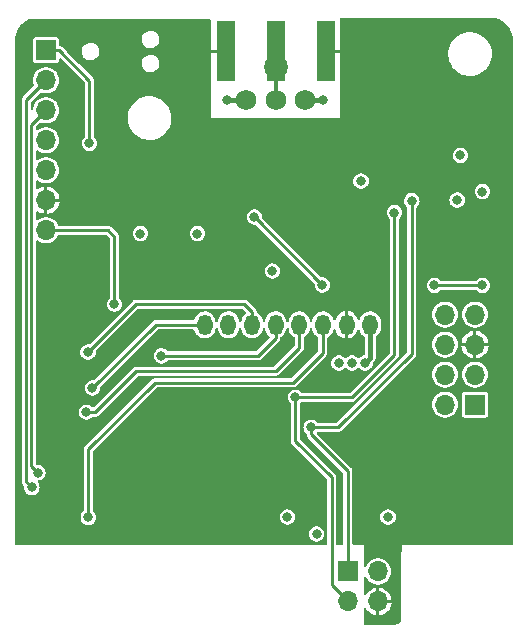
<source format=gbl>
G04 #@! TF.GenerationSoftware,KiCad,Pcbnew,7.0.7*
G04 #@! TF.CreationDate,2023-09-22T23:03:23+02:00*
G04 #@! TF.ProjectId,ithowifi_4l,6974686f-7769-4666-995f-346c2e6b6963,rev?*
G04 #@! TF.SameCoordinates,Original*
G04 #@! TF.FileFunction,Copper,L4,Bot*
G04 #@! TF.FilePolarity,Positive*
%FSLAX46Y46*%
G04 Gerber Fmt 4.6, Leading zero omitted, Abs format (unit mm)*
G04 Created by KiCad (PCBNEW 7.0.7) date 2023-09-22 23:03:23*
%MOMM*%
%LPD*%
G01*
G04 APERTURE LIST*
G04 #@! TA.AperFunction,ComponentPad*
%ADD10R,1.700000X1.700000*%
G04 #@! TD*
G04 #@! TA.AperFunction,ComponentPad*
%ADD11O,1.700000X1.700000*%
G04 #@! TD*
G04 #@! TA.AperFunction,ComponentPad*
%ADD12C,2.000000*%
G04 #@! TD*
G04 #@! TA.AperFunction,SMDPad,CuDef*
%ADD13R,1.500000X5.080000*%
G04 #@! TD*
G04 #@! TA.AperFunction,SMDPad,CuDef*
%ADD14O,1.300000X1.750000*%
G04 #@! TD*
G04 #@! TA.AperFunction,SMDPad,CuDef*
%ADD15C,1.750000*%
G04 #@! TD*
G04 #@! TA.AperFunction,ViaPad*
%ADD16C,0.800000*%
G04 #@! TD*
G04 #@! TA.AperFunction,Conductor*
%ADD17C,0.406400*%
G04 #@! TD*
G04 #@! TA.AperFunction,Conductor*
%ADD18C,0.250000*%
G04 #@! TD*
G04 #@! TA.AperFunction,Conductor*
%ADD19C,0.254000*%
G04 #@! TD*
G04 #@! TA.AperFunction,Conductor*
%ADD20C,0.293370*%
G04 #@! TD*
G04 #@! TA.AperFunction,Conductor*
%ADD21C,0.370840*%
G04 #@! TD*
G04 APERTURE END LIST*
D10*
X85725000Y-107797600D03*
D11*
X85725000Y-110337600D03*
X85725000Y-112877600D03*
X85725000Y-115417600D03*
X85725000Y-117957600D03*
X85725000Y-120497600D03*
X85725000Y-123037600D03*
D10*
X111292000Y-151928000D03*
D11*
X113832000Y-151928000D03*
X111292000Y-154468000D03*
X113832000Y-154468000D03*
D12*
X105182180Y-109251460D03*
D10*
X122047000Y-137795000D03*
D11*
X119507000Y-137795000D03*
X122047000Y-135255000D03*
X119507000Y-135255000D03*
X122047000Y-132715000D03*
X119507000Y-132715000D03*
X122047000Y-130175000D03*
X119507000Y-130175000D03*
D13*
X105181400Y-107848400D03*
X100931400Y-107848400D03*
X109431400Y-107848400D03*
D14*
X113172000Y-131039000D03*
X111172000Y-131039000D03*
X109172000Y-131039000D03*
X107172000Y-131039000D03*
X105172000Y-131039000D03*
X103172000Y-131039000D03*
X101172000Y-131039000D03*
X99172000Y-131039000D03*
D15*
X102672000Y-112039000D03*
X105172000Y-112039000D03*
X107672000Y-112039000D03*
D16*
X109220000Y-112014000D03*
X99187000Y-107442000D03*
X99187000Y-105918000D03*
X101092000Y-112014000D03*
X99187000Y-110871000D03*
X99187000Y-112522000D03*
X99187000Y-109093000D03*
X111125000Y-110871000D03*
X111125000Y-114173000D03*
X111125000Y-112522000D03*
X105918000Y-114173000D03*
X109220000Y-114173000D03*
X102489000Y-114173000D03*
X104140000Y-114173000D03*
X100965000Y-114173000D03*
X107569000Y-114173000D03*
X99187000Y-114173000D03*
X102432000Y-138568000D03*
X111632000Y-124053600D03*
X112732000Y-124053600D03*
X110532000Y-124053600D03*
X86741000Y-128270000D03*
X111125000Y-105918000D03*
X111125000Y-107442000D03*
X111125000Y-109093000D03*
X101727000Y-132715000D03*
X113792000Y-143764000D03*
X96647000Y-139750800D03*
X106172000Y-148590000D03*
X89154000Y-148590000D03*
X96647000Y-142798800D03*
X98171000Y-142798800D03*
X114681000Y-144780000D03*
X113792000Y-145796000D03*
X95148400Y-142798800D03*
X96647000Y-141274800D03*
X95148400Y-141274800D03*
X95148400Y-139750800D03*
X98171000Y-139750800D03*
X98171000Y-141274800D03*
X122682000Y-127698500D03*
X118618000Y-127698500D03*
X106172000Y-147320000D03*
X111632000Y-134268000D03*
X112732000Y-134268000D03*
X110532000Y-134268000D03*
X122682000Y-119761000D03*
X108631500Y-148751000D03*
X112395000Y-118872000D03*
X98552000Y-123317000D03*
X93726000Y-123317000D03*
X104902000Y-126492000D03*
X114681000Y-147320000D03*
X120813090Y-116686900D03*
X120532000Y-120468000D03*
X89407998Y-115671600D03*
X89309400Y-147345400D03*
X95504000Y-133668000D03*
X89154000Y-138430000D03*
X89662000Y-136397998D03*
X89281000Y-133350000D03*
X85039200Y-143560804D03*
X84531209Y-144805391D03*
X106849400Y-137185400D03*
X115232000Y-121538998D03*
X108174600Y-139725400D03*
X116697000Y-120539000D03*
X103378008Y-121920000D03*
X109132000Y-127668006D03*
X91524600Y-129294600D03*
D17*
X101117000Y-112039000D02*
X101092000Y-112014000D01*
D18*
X109431400Y-107848400D02*
X110718600Y-107848400D01*
X100931400Y-107848400D02*
X99593400Y-107848400D01*
X110718600Y-107848400D02*
X111125000Y-107442000D01*
D17*
X107672000Y-112039000D02*
X109195000Y-112039000D01*
D18*
X99593400Y-107848400D02*
X99187000Y-107442000D01*
D17*
X102672000Y-112039000D02*
X101117000Y-112039000D01*
X109195000Y-112039000D02*
X109220000Y-112014000D01*
D19*
X122682000Y-127698500D02*
X118618000Y-127698500D01*
D17*
X113172000Y-131039000D02*
X113172000Y-133828000D01*
X113172000Y-133828000D02*
X112732000Y-134268000D01*
D19*
X86829000Y-107797600D02*
X89407998Y-110376598D01*
X89407998Y-110376598D02*
X89407998Y-115671600D01*
X85725000Y-107797600D02*
X86829000Y-107797600D01*
X109172000Y-131039000D02*
X109172000Y-133398000D01*
X94918000Y-135968000D02*
X89309400Y-141576600D01*
X106602000Y-135968000D02*
X94918000Y-135968000D01*
X109172000Y-133398000D02*
X106602000Y-135968000D01*
X89309400Y-141576600D02*
X89309400Y-147345400D01*
X105172000Y-132168000D02*
X103672000Y-133668000D01*
X105172000Y-131039000D02*
X105172000Y-132168000D01*
X103672000Y-133668000D02*
X95504000Y-133668000D01*
X107172000Y-131039000D02*
X107172000Y-132985000D01*
X93378000Y-134968000D02*
X89916000Y-138430000D01*
X107172000Y-132985000D02*
X105189000Y-134968000D01*
X105189000Y-134968000D02*
X93378000Y-134968000D01*
X89916000Y-138430000D02*
X89154000Y-138430000D01*
X99172000Y-131039000D02*
X95020998Y-131039000D01*
X95020998Y-131039000D02*
X89662000Y-136397998D01*
X103172000Y-131039000D02*
X103172000Y-129932500D01*
X102525500Y-129286000D02*
X93345000Y-129286000D01*
X103172000Y-129932500D02*
X102525500Y-129286000D01*
X93345000Y-129286000D02*
X89281000Y-133350000D01*
D18*
X84498611Y-114103989D02*
X84498611Y-143020215D01*
X85725000Y-112877600D02*
X84498611Y-114103989D01*
X85039200Y-143560804D02*
X84498611Y-143020215D01*
X85725000Y-110337600D02*
X84048600Y-112014000D01*
X84048600Y-144322782D02*
X84531209Y-144805391D01*
X84048600Y-112014000D02*
X84048600Y-144322782D01*
D19*
X109932000Y-153108000D02*
X109932000Y-143968000D01*
X106849400Y-137185400D02*
X111614600Y-137185400D01*
X111614600Y-137185400D02*
X115232000Y-133568000D01*
X109932000Y-143968000D02*
X106849400Y-140885400D01*
X106849400Y-140885400D02*
X106849400Y-137185400D01*
X115232000Y-133568000D02*
X115232000Y-121538998D01*
X111292000Y-154468000D02*
X109932000Y-153108000D01*
X111292000Y-143428000D02*
X108174600Y-140310600D01*
X108174600Y-140310600D02*
X108174600Y-139725400D01*
X116697000Y-133503000D02*
X110474600Y-139725400D01*
X116697000Y-120539000D02*
X116697000Y-133503000D01*
X110474600Y-139725400D02*
X108174600Y-139725400D01*
X111292000Y-151928000D02*
X111292000Y-143428000D01*
X109132000Y-127668006D02*
X103383994Y-121920000D01*
X103383994Y-121920000D02*
X103378008Y-121920000D01*
D18*
X91524600Y-123579600D02*
X91524600Y-129294600D01*
X90982600Y-123037600D02*
X91524600Y-123579600D01*
X85725000Y-123037600D02*
X90982600Y-123037600D01*
D20*
X105172000Y-107857800D02*
X105181400Y-107848400D01*
D21*
X105172000Y-112039000D02*
X105172000Y-107857800D01*
G04 #@! TA.AperFunction,Conductor*
G36*
X123493838Y-105029108D02*
G01*
X123561676Y-105033553D01*
X123583172Y-105034962D01*
X123589680Y-105035818D01*
X123833332Y-105084284D01*
X123839681Y-105085985D01*
X124074917Y-105165836D01*
X124080996Y-105168355D01*
X124303789Y-105278223D01*
X124309493Y-105281516D01*
X124516040Y-105419527D01*
X124521253Y-105423527D01*
X124708023Y-105587318D01*
X124712679Y-105591974D01*
X124876471Y-105778744D01*
X124880472Y-105783959D01*
X125018483Y-105990506D01*
X125021776Y-105996210D01*
X125131644Y-106219003D01*
X125134165Y-106225088D01*
X125214011Y-106460306D01*
X125215715Y-106466668D01*
X125264177Y-106710299D01*
X125265037Y-106716829D01*
X125281391Y-106966360D01*
X125281499Y-106969651D01*
X125281500Y-149451592D01*
X125281500Y-149464702D01*
X125281069Y-149471275D01*
X125267912Y-149571207D01*
X125261119Y-149596564D01*
X125257258Y-149605888D01*
X125216884Y-149653170D01*
X125164312Y-149668000D01*
X115832000Y-149668000D01*
X115832000Y-150214526D01*
X115822038Y-150258173D01*
X115809105Y-150285030D01*
X115781500Y-150405972D01*
X115781500Y-150457955D01*
X115781499Y-155964709D01*
X115781068Y-155971282D01*
X115767912Y-156071207D01*
X115761115Y-156096574D01*
X115726347Y-156180512D01*
X115713216Y-156203256D01*
X115657906Y-156275337D01*
X115639337Y-156293906D01*
X115567256Y-156349216D01*
X115544512Y-156362347D01*
X115460574Y-156397115D01*
X115435207Y-156403912D01*
X115350910Y-156415010D01*
X115335272Y-156417069D01*
X115328702Y-156417500D01*
X112732600Y-156417500D01*
X112673469Y-156398287D01*
X112636924Y-156347987D01*
X112632000Y-156316900D01*
X112632000Y-155076557D01*
X112651213Y-155017426D01*
X112701513Y-154980881D01*
X112763687Y-154980881D01*
X112813987Y-155017426D01*
X112822653Y-155031716D01*
X112845958Y-155078519D01*
X112845961Y-155078523D01*
X112974937Y-155249317D01*
X113133086Y-155393490D01*
X113133095Y-155393496D01*
X113315055Y-155506162D01*
X113315059Y-155506164D01*
X113514619Y-155583473D01*
X113704999Y-155619062D01*
X113705000Y-155619062D01*
X113705000Y-155068600D01*
X113724213Y-155009469D01*
X113774513Y-154972924D01*
X113805600Y-154968000D01*
X113858400Y-154968000D01*
X113917531Y-154987213D01*
X113954076Y-155037513D01*
X113959000Y-155068600D01*
X113959000Y-155619062D01*
X114149380Y-155583473D01*
X114348940Y-155506164D01*
X114348944Y-155506162D01*
X114530904Y-155393496D01*
X114530913Y-155393490D01*
X114689062Y-155249317D01*
X114818038Y-155078523D01*
X114818039Y-155078523D01*
X114913430Y-154886952D01*
X114913431Y-154886951D01*
X114972000Y-154681098D01*
X114979979Y-154595000D01*
X114432600Y-154595000D01*
X114373469Y-154575787D01*
X114336924Y-154525487D01*
X114332000Y-154494400D01*
X114332000Y-154441600D01*
X114351213Y-154382469D01*
X114401513Y-154345924D01*
X114432600Y-154341000D01*
X114979979Y-154341000D01*
X114979979Y-154340999D01*
X114972000Y-154254901D01*
X114913431Y-154049048D01*
X114913430Y-154049047D01*
X114818039Y-153857476D01*
X114689062Y-153686682D01*
X114530913Y-153542509D01*
X114530904Y-153542503D01*
X114348944Y-153429837D01*
X114348940Y-153429835D01*
X114149381Y-153352526D01*
X113959000Y-153316937D01*
X113959000Y-153867400D01*
X113939787Y-153926531D01*
X113889487Y-153963076D01*
X113858400Y-153968000D01*
X113805600Y-153968000D01*
X113746469Y-153948787D01*
X113709924Y-153898487D01*
X113705000Y-153867400D01*
X113704999Y-153316937D01*
X113514618Y-153352526D01*
X113315059Y-153429835D01*
X113315055Y-153429837D01*
X113133095Y-153542503D01*
X113133086Y-153542509D01*
X112974937Y-153686682D01*
X112845961Y-153857476D01*
X112845960Y-153857476D01*
X112822653Y-153904284D01*
X112779097Y-153948652D01*
X112717781Y-153958945D01*
X112662125Y-153931231D01*
X112633388Y-153876096D01*
X112632000Y-153859442D01*
X112632000Y-152423712D01*
X112651213Y-152364581D01*
X112701513Y-152328036D01*
X112763687Y-152328036D01*
X112813987Y-152364581D01*
X112822653Y-152378870D01*
X112888909Y-152511930D01*
X112888910Y-152511931D01*
X112888912Y-152511935D01*
X113012268Y-152675285D01*
X113163528Y-152813178D01*
X113163532Y-152813181D01*
X113163538Y-152813186D01*
X113337573Y-152920944D01*
X113528444Y-152994888D01*
X113577824Y-153004118D01*
X113729651Y-153032500D01*
X113729653Y-153032500D01*
X113934348Y-153032500D01*
X114013339Y-153017734D01*
X114135556Y-152994888D01*
X114326427Y-152920944D01*
X114500462Y-152813186D01*
X114651732Y-152675285D01*
X114775088Y-152511935D01*
X114866328Y-152328701D01*
X114922345Y-152131821D01*
X114941232Y-151928000D01*
X114922345Y-151724179D01*
X114866328Y-151527299D01*
X114775088Y-151344065D01*
X114651732Y-151180715D01*
X114651731Y-151180714D01*
X114500471Y-151042821D01*
X114500466Y-151042817D01*
X114500462Y-151042814D01*
X114326427Y-150935056D01*
X114326423Y-150935054D01*
X114135554Y-150861111D01*
X114135549Y-150861110D01*
X113934349Y-150823500D01*
X113934347Y-150823500D01*
X113729653Y-150823500D01*
X113729651Y-150823500D01*
X113528450Y-150861110D01*
X113528445Y-150861111D01*
X113337576Y-150935054D01*
X113337572Y-150935056D01*
X113267087Y-150978699D01*
X113163538Y-151042814D01*
X113163536Y-151042815D01*
X113163537Y-151042815D01*
X113163528Y-151042821D01*
X113012268Y-151180714D01*
X112888910Y-151344068D01*
X112888909Y-151344069D01*
X112822653Y-151477129D01*
X112779097Y-151521497D01*
X112717781Y-151531790D01*
X112662125Y-151504076D01*
X112633388Y-151448941D01*
X112632000Y-151432287D01*
X112632000Y-149668000D01*
X111774100Y-149668000D01*
X111714969Y-149648787D01*
X111678424Y-149598487D01*
X111673500Y-149567400D01*
X111673500Y-147320000D01*
X114021693Y-147320000D01*
X114040851Y-147477782D01*
X114097213Y-147626395D01*
X114187502Y-147757201D01*
X114187503Y-147757202D01*
X114187504Y-147757203D01*
X114187505Y-147757204D01*
X114306468Y-147862597D01*
X114306469Y-147862598D01*
X114306471Y-147862599D01*
X114447207Y-147936463D01*
X114601529Y-147974500D01*
X114601533Y-147974500D01*
X114760467Y-147974500D01*
X114760471Y-147974500D01*
X114914793Y-147936463D01*
X115055529Y-147862599D01*
X115174498Y-147757201D01*
X115264787Y-147626395D01*
X115321149Y-147477782D01*
X115340307Y-147320000D01*
X115321149Y-147162218D01*
X115264787Y-147013605D01*
X115174498Y-146882799D01*
X115174495Y-146882796D01*
X115174494Y-146882795D01*
X115055531Y-146777402D01*
X115055530Y-146777401D01*
X114914795Y-146703538D01*
X114914794Y-146703537D01*
X114914793Y-146703537D01*
X114836546Y-146684251D01*
X114760473Y-146665500D01*
X114760471Y-146665500D01*
X114601529Y-146665500D01*
X114601526Y-146665500D01*
X114487415Y-146693626D01*
X114447207Y-146703537D01*
X114447206Y-146703537D01*
X114447204Y-146703538D01*
X114306469Y-146777401D01*
X114306468Y-146777402D01*
X114187505Y-146882795D01*
X114187504Y-146882796D01*
X114097212Y-147013606D01*
X114040850Y-147162218D01*
X114040851Y-147162218D01*
X114021693Y-147320000D01*
X111673500Y-147320000D01*
X111673500Y-143478001D01*
X111675641Y-143457354D01*
X111678445Y-143443981D01*
X111673887Y-143407417D01*
X111673500Y-143401188D01*
X111673500Y-143396391D01*
X111673499Y-143396379D01*
X111669596Y-143372997D01*
X111662696Y-143317643D01*
X111662696Y-143317639D01*
X111662692Y-143317632D01*
X111660413Y-143309975D01*
X111657816Y-143302408D01*
X111631839Y-143254410D01*
X111631272Y-143253362D01*
X111606776Y-143203254D01*
X111602121Y-143196734D01*
X111597219Y-143190436D01*
X111575915Y-143170825D01*
X111556180Y-143152658D01*
X108685735Y-140282213D01*
X108657511Y-140226818D01*
X108667237Y-140165410D01*
X108674089Y-140153921D01*
X108675280Y-140152195D01*
X108676566Y-140150334D01*
X108725977Y-140112595D01*
X108759345Y-140106900D01*
X110424599Y-140106900D01*
X110445243Y-140109040D01*
X110458617Y-140111845D01*
X110495182Y-140107286D01*
X110501411Y-140106900D01*
X110506209Y-140106900D01*
X110506211Y-140106900D01*
X110506213Y-140106899D01*
X110506220Y-140106899D01*
X110523768Y-140103969D01*
X110529604Y-140102996D01*
X110584960Y-140096096D01*
X110584966Y-140096092D01*
X110592612Y-140093817D01*
X110600180Y-140091218D01*
X110600186Y-140091218D01*
X110649241Y-140064670D01*
X110699346Y-140040176D01*
X110699349Y-140040172D01*
X110705860Y-140035523D01*
X110712155Y-140030623D01*
X110712162Y-140030620D01*
X110749941Y-139989580D01*
X112944522Y-137794999D01*
X118397768Y-137794999D01*
X118416654Y-137998816D01*
X118416654Y-137998817D01*
X118472672Y-138195703D01*
X118472673Y-138195704D01*
X118563909Y-138378930D01*
X118563910Y-138378931D01*
X118563912Y-138378935D01*
X118687268Y-138542285D01*
X118838528Y-138680178D01*
X118838532Y-138680181D01*
X118838538Y-138680186D01*
X119012573Y-138787944D01*
X119203444Y-138861888D01*
X119252824Y-138871118D01*
X119404651Y-138899500D01*
X119404653Y-138899500D01*
X119609348Y-138899500D01*
X119688350Y-138884732D01*
X119810556Y-138861888D01*
X120001427Y-138787944D01*
X120175462Y-138680186D01*
X120186564Y-138670065D01*
X120942500Y-138670065D01*
X120957266Y-138744301D01*
X120957267Y-138744304D01*
X121013514Y-138828482D01*
X121013515Y-138828483D01*
X121013516Y-138828484D01*
X121097699Y-138884734D01*
X121171933Y-138899500D01*
X122922066Y-138899499D01*
X122996301Y-138884734D01*
X123080484Y-138828484D01*
X123136734Y-138744301D01*
X123151500Y-138670067D01*
X123151499Y-136919934D01*
X123136734Y-136845699D01*
X123136732Y-136845697D01*
X123136732Y-136845695D01*
X123080485Y-136761517D01*
X123080483Y-136761515D01*
X123030492Y-136728112D01*
X122996301Y-136705266D01*
X122996300Y-136705265D01*
X122996299Y-136705265D01*
X122940498Y-136694166D01*
X122922067Y-136690500D01*
X122922066Y-136690500D01*
X121171934Y-136690500D01*
X121097698Y-136705266D01*
X121097695Y-136705267D01*
X121013517Y-136761514D01*
X121013515Y-136761516D01*
X120957265Y-136845700D01*
X120942500Y-136919933D01*
X120942500Y-138670065D01*
X120186564Y-138670065D01*
X120326732Y-138542285D01*
X120450088Y-138378935D01*
X120541328Y-138195701D01*
X120597345Y-137998821D01*
X120616232Y-137795000D01*
X120597345Y-137591179D01*
X120541328Y-137394299D01*
X120450088Y-137211065D01*
X120326732Y-137047715D01*
X120304687Y-137027618D01*
X120175471Y-136909821D01*
X120175466Y-136909817D01*
X120175462Y-136909814D01*
X120001427Y-136802056D01*
X120001423Y-136802054D01*
X119810554Y-136728111D01*
X119810549Y-136728110D01*
X119609349Y-136690500D01*
X119609347Y-136690500D01*
X119404653Y-136690500D01*
X119404651Y-136690500D01*
X119203450Y-136728110D01*
X119203445Y-136728111D01*
X119012576Y-136802054D01*
X119012572Y-136802056D01*
X118904814Y-136868777D01*
X118838538Y-136909814D01*
X118838536Y-136909815D01*
X118838537Y-136909815D01*
X118838528Y-136909821D01*
X118687268Y-137047714D01*
X118563910Y-137211068D01*
X118563909Y-137211069D01*
X118472673Y-137394295D01*
X118472672Y-137394296D01*
X118416654Y-137591182D01*
X118416654Y-137591183D01*
X118397768Y-137794999D01*
X112944522Y-137794999D01*
X115484520Y-135255000D01*
X118397768Y-135255000D01*
X118416654Y-135458816D01*
X118416654Y-135458817D01*
X118472672Y-135655703D01*
X118472673Y-135655704D01*
X118563909Y-135838930D01*
X118563910Y-135838931D01*
X118563912Y-135838935D01*
X118655935Y-135960793D01*
X118687268Y-136002285D01*
X118838528Y-136140178D01*
X118838532Y-136140181D01*
X118838538Y-136140186D01*
X119012573Y-136247944D01*
X119203444Y-136321888D01*
X119252824Y-136331118D01*
X119404651Y-136359500D01*
X119404653Y-136359500D01*
X119609348Y-136359500D01*
X119714691Y-136339808D01*
X119810556Y-136321888D01*
X120001427Y-136247944D01*
X120175462Y-136140186D01*
X120326732Y-136002285D01*
X120450088Y-135838935D01*
X120541328Y-135655701D01*
X120597345Y-135458821D01*
X120616232Y-135255000D01*
X120616232Y-135254999D01*
X120937768Y-135254999D01*
X120956654Y-135458816D01*
X120956654Y-135458817D01*
X121012672Y-135655703D01*
X121012673Y-135655704D01*
X121103909Y-135838930D01*
X121103910Y-135838931D01*
X121103912Y-135838935D01*
X121195935Y-135960793D01*
X121227268Y-136002285D01*
X121378528Y-136140178D01*
X121378532Y-136140181D01*
X121378538Y-136140186D01*
X121552573Y-136247944D01*
X121743444Y-136321888D01*
X121792824Y-136331118D01*
X121944651Y-136359500D01*
X121944653Y-136359500D01*
X122149348Y-136359500D01*
X122254691Y-136339808D01*
X122350556Y-136321888D01*
X122541427Y-136247944D01*
X122715462Y-136140186D01*
X122866732Y-136002285D01*
X122990088Y-135838935D01*
X123081328Y-135655701D01*
X123137345Y-135458821D01*
X123156232Y-135255000D01*
X123137345Y-135051179D01*
X123081328Y-134854299D01*
X122990088Y-134671065D01*
X122866732Y-134507715D01*
X122866731Y-134507714D01*
X122715471Y-134369821D01*
X122715466Y-134369817D01*
X122715462Y-134369814D01*
X122541427Y-134262056D01*
X122541423Y-134262054D01*
X122350554Y-134188111D01*
X122350549Y-134188110D01*
X122149349Y-134150500D01*
X122149347Y-134150500D01*
X121944653Y-134150500D01*
X121944651Y-134150500D01*
X121743450Y-134188110D01*
X121743445Y-134188111D01*
X121552576Y-134262054D01*
X121552572Y-134262056D01*
X121454954Y-134322499D01*
X121378538Y-134369814D01*
X121378536Y-134369815D01*
X121378537Y-134369815D01*
X121378528Y-134369821D01*
X121227268Y-134507714D01*
X121156934Y-134600852D01*
X121117387Y-134653222D01*
X121103910Y-134671068D01*
X121103909Y-134671069D01*
X121012673Y-134854295D01*
X121012672Y-134854296D01*
X120956654Y-135051182D01*
X120956654Y-135051183D01*
X120937768Y-135254999D01*
X120616232Y-135254999D01*
X120597345Y-135051179D01*
X120541328Y-134854299D01*
X120450088Y-134671065D01*
X120326732Y-134507715D01*
X120326731Y-134507714D01*
X120175471Y-134369821D01*
X120175466Y-134369817D01*
X120175462Y-134369814D01*
X120001427Y-134262056D01*
X120001423Y-134262054D01*
X119810554Y-134188111D01*
X119810549Y-134188110D01*
X119609349Y-134150500D01*
X119609347Y-134150500D01*
X119404653Y-134150500D01*
X119404651Y-134150500D01*
X119203450Y-134188110D01*
X119203445Y-134188111D01*
X119012576Y-134262054D01*
X119012572Y-134262056D01*
X118914954Y-134322499D01*
X118838538Y-134369814D01*
X118838536Y-134369815D01*
X118838537Y-134369815D01*
X118838528Y-134369821D01*
X118687268Y-134507714D01*
X118616934Y-134600852D01*
X118577387Y-134653222D01*
X118563910Y-134671068D01*
X118563909Y-134671069D01*
X118472673Y-134854295D01*
X118472672Y-134854296D01*
X118416654Y-135051182D01*
X118416654Y-135051183D01*
X118397768Y-135255000D01*
X115484520Y-135255000D01*
X116931407Y-133808113D01*
X116947513Y-133795034D01*
X116958956Y-133787560D01*
X116981592Y-133758475D01*
X116985727Y-133753794D01*
X116989113Y-133750409D01*
X116989121Y-133750398D01*
X117002892Y-133731110D01*
X117034867Y-133690028D01*
X117037158Y-133687085D01*
X117037159Y-133687083D01*
X117040953Y-133680073D01*
X117044470Y-133672876D01*
X117044475Y-133672870D01*
X117060390Y-133619410D01*
X117078500Y-133566661D01*
X117078500Y-133566660D01*
X117079816Y-133558775D01*
X117080805Y-133550839D01*
X117078500Y-133495116D01*
X117078500Y-132714999D01*
X118397768Y-132714999D01*
X118416654Y-132918816D01*
X118416654Y-132918817D01*
X118472672Y-133115703D01*
X118472673Y-133115704D01*
X118563909Y-133298930D01*
X118563910Y-133298931D01*
X118563912Y-133298935D01*
X118632768Y-133390115D01*
X118687268Y-133462285D01*
X118838528Y-133600178D01*
X118838532Y-133600181D01*
X118838538Y-133600186D01*
X119012573Y-133707944D01*
X119203444Y-133781888D01*
X119233782Y-133787559D01*
X119404651Y-133819500D01*
X119404653Y-133819500D01*
X119609348Y-133819500D01*
X119709705Y-133800740D01*
X119810556Y-133781888D01*
X120001427Y-133707944D01*
X120175462Y-133600186D01*
X120326732Y-133462285D01*
X120450088Y-133298935D01*
X120541328Y-133115701D01*
X120597345Y-132918821D01*
X120616232Y-132715000D01*
X120604463Y-132587999D01*
X120899020Y-132587999D01*
X120899021Y-132588000D01*
X121446400Y-132588000D01*
X121505531Y-132607213D01*
X121542076Y-132657513D01*
X121547000Y-132688600D01*
X121547000Y-132741400D01*
X121527787Y-132800531D01*
X121477487Y-132837076D01*
X121446400Y-132842000D01*
X120899021Y-132842000D01*
X120906999Y-132928098D01*
X120965568Y-133133951D01*
X120965569Y-133133952D01*
X121060960Y-133325523D01*
X121189937Y-133496317D01*
X121348086Y-133640490D01*
X121348095Y-133640496D01*
X121530055Y-133753162D01*
X121530059Y-133753164D01*
X121729619Y-133830473D01*
X121919999Y-133866062D01*
X121920000Y-133866061D01*
X121920000Y-133315600D01*
X121939213Y-133256469D01*
X121989513Y-133219924D01*
X122020600Y-133215000D01*
X122073400Y-133215000D01*
X122132531Y-133234213D01*
X122169076Y-133284513D01*
X122174000Y-133315600D01*
X122174000Y-133866062D01*
X122364380Y-133830473D01*
X122563940Y-133753164D01*
X122563944Y-133753162D01*
X122745904Y-133640496D01*
X122745913Y-133640490D01*
X122904062Y-133496317D01*
X123033038Y-133325523D01*
X123033039Y-133325523D01*
X123128430Y-133133952D01*
X123128431Y-133133951D01*
X123187000Y-132928098D01*
X123194979Y-132842000D01*
X122647600Y-132842000D01*
X122588469Y-132822787D01*
X122551924Y-132772487D01*
X122547000Y-132741400D01*
X122547000Y-132688600D01*
X122566213Y-132629469D01*
X122616513Y-132592924D01*
X122647600Y-132588000D01*
X123194979Y-132588000D01*
X123194979Y-132587999D01*
X123187000Y-132501901D01*
X123128431Y-132296048D01*
X123128430Y-132296047D01*
X123033039Y-132104476D01*
X122904062Y-131933682D01*
X122745913Y-131789509D01*
X122745904Y-131789503D01*
X122563944Y-131676837D01*
X122563940Y-131676835D01*
X122364381Y-131599526D01*
X122173999Y-131563937D01*
X122174000Y-132114400D01*
X122154787Y-132173531D01*
X122104487Y-132210076D01*
X122073400Y-132215000D01*
X122020600Y-132215000D01*
X121961469Y-132195787D01*
X121924924Y-132145487D01*
X121920000Y-132114400D01*
X121920000Y-131563937D01*
X121729618Y-131599526D01*
X121530059Y-131676835D01*
X121530055Y-131676837D01*
X121348095Y-131789503D01*
X121348086Y-131789509D01*
X121189937Y-131933682D01*
X121060961Y-132104476D01*
X121060960Y-132104476D01*
X120965569Y-132296047D01*
X120965568Y-132296048D01*
X120906999Y-132501901D01*
X120899020Y-132587999D01*
X120604463Y-132587999D01*
X120597345Y-132511179D01*
X120541328Y-132314299D01*
X120450088Y-132131065D01*
X120326732Y-131967715D01*
X120317829Y-131959599D01*
X120175471Y-131829821D01*
X120175466Y-131829817D01*
X120175462Y-131829814D01*
X120001427Y-131722056D01*
X120001423Y-131722054D01*
X119810554Y-131648111D01*
X119810549Y-131648110D01*
X119609349Y-131610500D01*
X119609347Y-131610500D01*
X119404653Y-131610500D01*
X119404651Y-131610500D01*
X119203450Y-131648110D01*
X119203445Y-131648111D01*
X119012576Y-131722054D01*
X119012572Y-131722056D01*
X118904813Y-131788777D01*
X118838538Y-131829814D01*
X118838536Y-131829815D01*
X118838537Y-131829815D01*
X118838528Y-131829821D01*
X118687268Y-131967714D01*
X118610286Y-132069656D01*
X118581205Y-132108166D01*
X118563910Y-132131068D01*
X118563909Y-132131069D01*
X118472673Y-132314295D01*
X118472672Y-132314296D01*
X118416654Y-132511182D01*
X118416654Y-132511183D01*
X118397768Y-132714999D01*
X117078500Y-132714999D01*
X117078500Y-130174999D01*
X118397768Y-130174999D01*
X118416654Y-130378816D01*
X118416654Y-130378817D01*
X118472672Y-130575703D01*
X118472673Y-130575704D01*
X118563909Y-130758930D01*
X118563910Y-130758931D01*
X118563912Y-130758935D01*
X118687267Y-130922285D01*
X118687268Y-130922285D01*
X118838528Y-131060178D01*
X118838532Y-131060181D01*
X118838538Y-131060186D01*
X119012573Y-131167944D01*
X119203444Y-131241888D01*
X119252824Y-131251118D01*
X119404651Y-131279500D01*
X119404653Y-131279500D01*
X119609348Y-131279500D01*
X119685261Y-131265309D01*
X119810556Y-131241888D01*
X120001427Y-131167944D01*
X120175462Y-131060186D01*
X120326732Y-130922285D01*
X120450088Y-130758935D01*
X120541328Y-130575701D01*
X120597345Y-130378821D01*
X120616232Y-130175000D01*
X120937768Y-130175000D01*
X120956654Y-130378816D01*
X120956654Y-130378817D01*
X121012672Y-130575703D01*
X121012673Y-130575704D01*
X121103909Y-130758930D01*
X121103910Y-130758931D01*
X121103912Y-130758935D01*
X121227267Y-130922285D01*
X121227268Y-130922285D01*
X121378528Y-131060178D01*
X121378532Y-131060181D01*
X121378538Y-131060186D01*
X121552573Y-131167944D01*
X121743444Y-131241888D01*
X121792824Y-131251118D01*
X121944651Y-131279500D01*
X121944653Y-131279500D01*
X122149348Y-131279500D01*
X122225261Y-131265309D01*
X122350556Y-131241888D01*
X122541427Y-131167944D01*
X122715462Y-131060186D01*
X122866732Y-130922285D01*
X122990088Y-130758935D01*
X123081328Y-130575701D01*
X123137345Y-130378821D01*
X123156232Y-130175000D01*
X123137345Y-129971179D01*
X123081328Y-129774299D01*
X122990088Y-129591065D01*
X122866732Y-129427715D01*
X122866731Y-129427714D01*
X122715471Y-129289821D01*
X122715466Y-129289817D01*
X122715462Y-129289814D01*
X122541427Y-129182056D01*
X122541423Y-129182054D01*
X122350554Y-129108111D01*
X122350549Y-129108110D01*
X122149349Y-129070500D01*
X122149347Y-129070500D01*
X121944653Y-129070500D01*
X121944651Y-129070500D01*
X121743450Y-129108110D01*
X121743445Y-129108111D01*
X121552576Y-129182054D01*
X121552572Y-129182056D01*
X121444814Y-129248777D01*
X121378538Y-129289814D01*
X121378536Y-129289815D01*
X121378537Y-129289815D01*
X121378528Y-129289821D01*
X121227268Y-129427714D01*
X121103910Y-129591068D01*
X121103909Y-129591069D01*
X121012673Y-129774295D01*
X121012672Y-129774296D01*
X120956654Y-129971182D01*
X120956654Y-129971183D01*
X120937768Y-130175000D01*
X120616232Y-130175000D01*
X120597345Y-129971179D01*
X120541328Y-129774299D01*
X120450088Y-129591065D01*
X120326732Y-129427715D01*
X120326731Y-129427714D01*
X120175471Y-129289821D01*
X120175466Y-129289817D01*
X120175462Y-129289814D01*
X120001427Y-129182056D01*
X120001423Y-129182054D01*
X119810554Y-129108111D01*
X119810549Y-129108110D01*
X119609349Y-129070500D01*
X119609347Y-129070500D01*
X119404653Y-129070500D01*
X119404651Y-129070500D01*
X119203450Y-129108110D01*
X119203445Y-129108111D01*
X119012576Y-129182054D01*
X119012572Y-129182056D01*
X118904814Y-129248777D01*
X118838538Y-129289814D01*
X118838536Y-129289815D01*
X118838537Y-129289815D01*
X118838528Y-129289821D01*
X118687268Y-129427714D01*
X118563910Y-129591068D01*
X118563909Y-129591069D01*
X118472673Y-129774295D01*
X118472672Y-129774296D01*
X118416654Y-129971182D01*
X118416654Y-129971183D01*
X118397768Y-130174999D01*
X117078500Y-130174999D01*
X117078500Y-127698500D01*
X117958693Y-127698500D01*
X117977851Y-127856282D01*
X118034213Y-128004895D01*
X118124502Y-128135701D01*
X118124503Y-128135702D01*
X118124504Y-128135703D01*
X118124505Y-128135704D01*
X118243468Y-128241097D01*
X118243469Y-128241098D01*
X118243471Y-128241099D01*
X118384207Y-128314963D01*
X118538529Y-128353000D01*
X118538533Y-128353000D01*
X118697467Y-128353000D01*
X118697471Y-128353000D01*
X118851793Y-128314963D01*
X118992529Y-128241099D01*
X119111498Y-128135701D01*
X119111503Y-128135694D01*
X119119954Y-128123452D01*
X119169356Y-128085702D01*
X119202745Y-128080000D01*
X122097255Y-128080000D01*
X122156386Y-128099213D01*
X122180046Y-128123452D01*
X122188496Y-128135694D01*
X122188505Y-128135704D01*
X122307468Y-128241097D01*
X122307469Y-128241098D01*
X122307471Y-128241099D01*
X122448207Y-128314963D01*
X122602529Y-128353000D01*
X122602533Y-128353000D01*
X122761467Y-128353000D01*
X122761471Y-128353000D01*
X122915793Y-128314963D01*
X123056529Y-128241099D01*
X123175498Y-128135701D01*
X123265787Y-128004895D01*
X123322149Y-127856282D01*
X123341307Y-127698500D01*
X123322149Y-127540718D01*
X123265787Y-127392105D01*
X123175498Y-127261299D01*
X123175495Y-127261296D01*
X123175494Y-127261295D01*
X123056531Y-127155902D01*
X123056530Y-127155901D01*
X122915795Y-127082038D01*
X122915794Y-127082037D01*
X122915793Y-127082037D01*
X122837547Y-127062751D01*
X122761473Y-127044000D01*
X122761471Y-127044000D01*
X122602529Y-127044000D01*
X122602526Y-127044000D01*
X122488415Y-127072126D01*
X122448207Y-127082037D01*
X122448206Y-127082037D01*
X122448204Y-127082038D01*
X122307469Y-127155901D01*
X122307468Y-127155902D01*
X122188505Y-127261295D01*
X122188496Y-127261305D01*
X122180046Y-127273548D01*
X122130644Y-127311298D01*
X122097255Y-127317000D01*
X119202745Y-127317000D01*
X119143614Y-127297787D01*
X119119954Y-127273548D01*
X119111503Y-127261305D01*
X119111494Y-127261295D01*
X118992531Y-127155902D01*
X118992530Y-127155901D01*
X118851795Y-127082038D01*
X118851794Y-127082037D01*
X118851793Y-127082037D01*
X118773546Y-127062751D01*
X118697473Y-127044000D01*
X118697471Y-127044000D01*
X118538529Y-127044000D01*
X118538526Y-127044000D01*
X118424415Y-127072126D01*
X118384207Y-127082037D01*
X118384206Y-127082037D01*
X118384204Y-127082038D01*
X118243469Y-127155901D01*
X118243468Y-127155902D01*
X118124505Y-127261295D01*
X118124504Y-127261296D01*
X118034212Y-127392106D01*
X117989416Y-127510224D01*
X117977851Y-127540718D01*
X117958693Y-127698500D01*
X117078500Y-127698500D01*
X117078500Y-121120699D01*
X117097713Y-121061568D01*
X117112390Y-121045399D01*
X117151673Y-121010597D01*
X117190498Y-120976201D01*
X117280787Y-120845395D01*
X117337149Y-120696782D01*
X117356307Y-120539000D01*
X117347686Y-120468000D01*
X119872693Y-120468000D01*
X119891851Y-120625782D01*
X119948213Y-120774395D01*
X120038502Y-120905201D01*
X120038503Y-120905202D01*
X120038504Y-120905203D01*
X120038505Y-120905204D01*
X120157468Y-121010597D01*
X120157469Y-121010598D01*
X120157471Y-121010599D01*
X120298207Y-121084463D01*
X120452529Y-121122500D01*
X120452533Y-121122500D01*
X120611467Y-121122500D01*
X120611471Y-121122500D01*
X120765793Y-121084463D01*
X120906529Y-121010599D01*
X121025498Y-120905201D01*
X121115787Y-120774395D01*
X121172149Y-120625782D01*
X121191307Y-120468000D01*
X121172149Y-120310218D01*
X121115787Y-120161605D01*
X121025498Y-120030799D01*
X121025495Y-120030796D01*
X121025494Y-120030795D01*
X120906531Y-119925402D01*
X120906530Y-119925401D01*
X120765795Y-119851538D01*
X120765794Y-119851537D01*
X120765793Y-119851537D01*
X120687547Y-119832251D01*
X120611473Y-119813500D01*
X120611471Y-119813500D01*
X120452529Y-119813500D01*
X120452526Y-119813500D01*
X120338414Y-119841626D01*
X120298207Y-119851537D01*
X120298206Y-119851537D01*
X120298204Y-119851538D01*
X120157469Y-119925401D01*
X120157468Y-119925402D01*
X120038505Y-120030795D01*
X120038504Y-120030796D01*
X119948212Y-120161606D01*
X119901604Y-120284501D01*
X119891851Y-120310218D01*
X119872693Y-120468000D01*
X117347686Y-120468000D01*
X117337149Y-120381218D01*
X117280787Y-120232605D01*
X117190498Y-120101799D01*
X117190495Y-120101796D01*
X117190494Y-120101795D01*
X117071531Y-119996402D01*
X117071530Y-119996401D01*
X116930795Y-119922538D01*
X116930794Y-119922537D01*
X116930793Y-119922537D01*
X116852547Y-119903251D01*
X116776473Y-119884500D01*
X116776471Y-119884500D01*
X116617529Y-119884500D01*
X116617526Y-119884500D01*
X116503414Y-119912626D01*
X116463207Y-119922537D01*
X116463206Y-119922537D01*
X116463204Y-119922538D01*
X116322469Y-119996401D01*
X116322468Y-119996402D01*
X116203505Y-120101795D01*
X116203504Y-120101796D01*
X116113212Y-120232606D01*
X116086288Y-120303599D01*
X116056851Y-120381218D01*
X116037693Y-120539000D01*
X116056851Y-120696782D01*
X116113213Y-120845395D01*
X116203502Y-120976201D01*
X116274465Y-121039069D01*
X116281610Y-121045399D01*
X116313129Y-121098992D01*
X116315499Y-121120699D01*
X116315499Y-133303307D01*
X116296286Y-133362438D01*
X116286034Y-133374442D01*
X110346042Y-139314435D01*
X110290644Y-139342661D01*
X110274907Y-139343900D01*
X108759345Y-139343900D01*
X108700214Y-139324687D01*
X108676554Y-139300448D01*
X108668103Y-139288205D01*
X108668094Y-139288195D01*
X108549131Y-139182802D01*
X108549130Y-139182801D01*
X108408395Y-139108938D01*
X108408394Y-139108937D01*
X108408393Y-139108937D01*
X108330146Y-139089651D01*
X108254073Y-139070900D01*
X108254071Y-139070900D01*
X108095129Y-139070900D01*
X108095126Y-139070900D01*
X107981014Y-139099026D01*
X107940807Y-139108937D01*
X107940806Y-139108937D01*
X107940804Y-139108938D01*
X107800069Y-139182801D01*
X107800068Y-139182802D01*
X107681105Y-139288195D01*
X107681104Y-139288196D01*
X107590812Y-139419006D01*
X107534451Y-139567617D01*
X107534451Y-139567618D01*
X107515293Y-139725400D01*
X107534451Y-139883182D01*
X107590813Y-140031795D01*
X107681102Y-140162601D01*
X107681103Y-140162602D01*
X107681104Y-140162603D01*
X107681105Y-140162604D01*
X107754524Y-140227648D01*
X107786044Y-140281240D01*
X107787641Y-140290501D01*
X107792713Y-140331180D01*
X107793100Y-140337409D01*
X107793100Y-140342212D01*
X107797003Y-140365604D01*
X107803903Y-140420957D01*
X107806186Y-140428626D01*
X107808781Y-140436186D01*
X107835329Y-140485241D01*
X107859824Y-140535346D01*
X107864477Y-140541863D01*
X107869379Y-140548161D01*
X107869380Y-140548162D01*
X107910419Y-140585941D01*
X110881036Y-143556558D01*
X110909261Y-143611954D01*
X110910500Y-143627691D01*
X110910500Y-149567400D01*
X110891287Y-149626531D01*
X110840987Y-149663076D01*
X110809900Y-149668000D01*
X110414100Y-149668000D01*
X110354969Y-149648787D01*
X110318424Y-149598487D01*
X110313500Y-149567400D01*
X110313500Y-144018002D01*
X110315641Y-143997355D01*
X110318445Y-143983982D01*
X110313887Y-143947418D01*
X110313500Y-143941189D01*
X110313500Y-143936394D01*
X110313500Y-143936389D01*
X110309595Y-143912993D01*
X110302696Y-143857640D01*
X110302694Y-143857635D01*
X110300423Y-143850007D01*
X110297819Y-143842423D01*
X110297818Y-143842414D01*
X110271276Y-143793368D01*
X110246777Y-143743254D01*
X110246774Y-143743251D01*
X110242118Y-143736730D01*
X110237223Y-143730441D01*
X110196192Y-143692669D01*
X107260365Y-140756842D01*
X107232139Y-140701444D01*
X107230900Y-140685707D01*
X107230900Y-139288195D01*
X107230900Y-137767095D01*
X107250112Y-137707968D01*
X107264780Y-137691807D01*
X107342898Y-137622601D01*
X107342903Y-137622594D01*
X107351354Y-137610352D01*
X107400756Y-137572602D01*
X107434145Y-137566900D01*
X111564599Y-137566900D01*
X111585243Y-137569040D01*
X111598617Y-137571845D01*
X111635182Y-137567286D01*
X111641411Y-137566900D01*
X111646209Y-137566900D01*
X111646211Y-137566900D01*
X111646213Y-137566899D01*
X111646220Y-137566899D01*
X111663768Y-137563969D01*
X111669604Y-137562996D01*
X111724960Y-137556096D01*
X111724966Y-137556092D01*
X111732612Y-137553817D01*
X111740180Y-137551218D01*
X111740186Y-137551218D01*
X111789241Y-137524670D01*
X111839346Y-137500176D01*
X111839349Y-137500172D01*
X111845860Y-137495523D01*
X111852155Y-137490623D01*
X111852162Y-137490620D01*
X111889941Y-137449580D01*
X115466407Y-133873113D01*
X115482513Y-133860034D01*
X115493956Y-133852560D01*
X115516592Y-133823475D01*
X115520727Y-133818794D01*
X115524113Y-133815409D01*
X115524121Y-133815398D01*
X115537892Y-133796110D01*
X115559973Y-133767740D01*
X115572158Y-133752085D01*
X115572159Y-133752083D01*
X115575953Y-133745073D01*
X115579470Y-133737876D01*
X115579475Y-133737870D01*
X115595390Y-133684410D01*
X115613500Y-133631661D01*
X115613500Y-133631660D01*
X115614816Y-133623775D01*
X115615805Y-133615839D01*
X115613500Y-133560116D01*
X115613500Y-127856281D01*
X115613499Y-122120696D01*
X115632712Y-122061566D01*
X115647383Y-122045402D01*
X115725498Y-121976199D01*
X115815787Y-121845393D01*
X115872149Y-121696780D01*
X115891307Y-121538998D01*
X115872149Y-121381216D01*
X115815787Y-121232603D01*
X115725498Y-121101797D01*
X115725495Y-121101794D01*
X115725494Y-121101793D01*
X115606531Y-120996400D01*
X115606530Y-120996399D01*
X115465795Y-120922536D01*
X115465794Y-120922535D01*
X115465793Y-120922535D01*
X115387547Y-120903249D01*
X115311473Y-120884498D01*
X115311471Y-120884498D01*
X115152529Y-120884498D01*
X115152526Y-120884498D01*
X115038415Y-120912624D01*
X114998207Y-120922535D01*
X114998206Y-120922535D01*
X114998204Y-120922536D01*
X114857469Y-120996399D01*
X114857468Y-120996400D01*
X114738505Y-121101793D01*
X114738504Y-121101794D01*
X114648212Y-121232604D01*
X114593298Y-121377401D01*
X114591851Y-121381216D01*
X114572693Y-121538998D01*
X114591851Y-121696780D01*
X114648213Y-121845393D01*
X114738502Y-121976199D01*
X114738503Y-121976200D01*
X114738504Y-121976201D01*
X114738505Y-121976202D01*
X114816610Y-122045397D01*
X114848130Y-122098989D01*
X114850500Y-122120697D01*
X114850500Y-133368307D01*
X114831287Y-133427438D01*
X114821035Y-133439442D01*
X111486042Y-136774435D01*
X111430644Y-136802661D01*
X111414907Y-136803900D01*
X107434145Y-136803900D01*
X107375014Y-136784687D01*
X107351354Y-136760448D01*
X107342903Y-136748205D01*
X107342894Y-136748195D01*
X107223931Y-136642802D01*
X107223930Y-136642801D01*
X107083195Y-136568938D01*
X107083194Y-136568937D01*
X107083193Y-136568937D01*
X107004947Y-136549651D01*
X106928873Y-136530900D01*
X106928871Y-136530900D01*
X106769929Y-136530900D01*
X106769922Y-136530900D01*
X106764055Y-136531612D01*
X106758600Y-136530543D01*
X106747963Y-136536314D01*
X106615603Y-136568938D01*
X106474869Y-136642801D01*
X106474868Y-136642802D01*
X106355905Y-136748195D01*
X106355904Y-136748196D01*
X106265612Y-136879006D01*
X106242254Y-136940596D01*
X106209251Y-137027618D01*
X106190093Y-137185400D01*
X106209251Y-137343182D01*
X106265613Y-137491795D01*
X106355902Y-137622601D01*
X106355903Y-137622602D01*
X106355904Y-137622603D01*
X106355905Y-137622604D01*
X106434010Y-137691799D01*
X106465530Y-137745391D01*
X106467900Y-137767099D01*
X106467900Y-140835399D01*
X106465759Y-140856045D01*
X106462954Y-140869418D01*
X106467513Y-140905981D01*
X106467900Y-140912210D01*
X106467900Y-140917012D01*
X106471803Y-140940404D01*
X106478703Y-140995757D01*
X106480986Y-141003426D01*
X106483581Y-141010986D01*
X106510129Y-141060041D01*
X106534624Y-141110146D01*
X106539277Y-141116663D01*
X106544179Y-141122961D01*
X106544180Y-141122962D01*
X106585219Y-141160741D01*
X109521036Y-144096558D01*
X109549261Y-144151954D01*
X109550500Y-144167691D01*
X109550500Y-149567400D01*
X109531287Y-149626531D01*
X109480987Y-149663076D01*
X109449900Y-149668000D01*
X83183100Y-149668000D01*
X83123969Y-149648787D01*
X83087424Y-149598487D01*
X83082500Y-149567400D01*
X83082500Y-148751000D01*
X107972193Y-148751000D01*
X107991351Y-148908782D01*
X108047713Y-149057395D01*
X108138002Y-149188201D01*
X108138003Y-149188202D01*
X108138004Y-149188203D01*
X108138005Y-149188204D01*
X108256968Y-149293597D01*
X108256969Y-149293598D01*
X108256971Y-149293599D01*
X108397707Y-149367463D01*
X108552029Y-149405500D01*
X108552033Y-149405500D01*
X108710967Y-149405500D01*
X108710971Y-149405500D01*
X108865293Y-149367463D01*
X109006029Y-149293599D01*
X109124998Y-149188201D01*
X109215287Y-149057395D01*
X109271649Y-148908782D01*
X109290807Y-148751000D01*
X109271649Y-148593218D01*
X109215287Y-148444605D01*
X109124998Y-148313799D01*
X109124995Y-148313796D01*
X109124994Y-148313795D01*
X109006031Y-148208402D01*
X109006030Y-148208401D01*
X108865295Y-148134538D01*
X108865294Y-148134537D01*
X108865293Y-148134537D01*
X108787047Y-148115251D01*
X108710973Y-148096500D01*
X108710971Y-148096500D01*
X108552029Y-148096500D01*
X108552026Y-148096500D01*
X108437915Y-148124626D01*
X108397707Y-148134537D01*
X108397706Y-148134537D01*
X108397704Y-148134538D01*
X108256969Y-148208401D01*
X108256968Y-148208402D01*
X108138005Y-148313795D01*
X108138004Y-148313796D01*
X108047712Y-148444606D01*
X107991351Y-148593218D01*
X107972193Y-148751000D01*
X83082500Y-148751000D01*
X83082500Y-144306883D01*
X83664180Y-144306883D01*
X83668713Y-144343235D01*
X83669100Y-144349464D01*
X83669100Y-144354230D01*
X83672983Y-144377497D01*
X83679847Y-144432563D01*
X83682113Y-144440175D01*
X83684701Y-144447712D01*
X83711097Y-144496487D01*
X83735474Y-144546351D01*
X83740086Y-144552810D01*
X83744979Y-144559096D01*
X83785786Y-144596662D01*
X83850541Y-144661417D01*
X83878767Y-144716815D01*
X83879273Y-144744676D01*
X83871902Y-144805389D01*
X83871902Y-144805391D01*
X83891060Y-144963173D01*
X83947422Y-145111786D01*
X84037711Y-145242592D01*
X84037712Y-145242593D01*
X84037713Y-145242594D01*
X84037714Y-145242595D01*
X84156677Y-145347988D01*
X84156678Y-145347989D01*
X84156680Y-145347990D01*
X84297416Y-145421854D01*
X84451738Y-145459891D01*
X84451742Y-145459891D01*
X84610676Y-145459891D01*
X84610680Y-145459891D01*
X84765002Y-145421854D01*
X84905738Y-145347990D01*
X85024707Y-145242592D01*
X85114996Y-145111786D01*
X85171358Y-144963173D01*
X85190516Y-144805391D01*
X85171358Y-144647609D01*
X85114996Y-144498996D01*
X85028061Y-144373049D01*
X85010283Y-144313473D01*
X85030919Y-144254824D01*
X85082088Y-144219505D01*
X85110854Y-144215304D01*
X85118667Y-144215304D01*
X85118671Y-144215304D01*
X85272993Y-144177267D01*
X85413729Y-144103403D01*
X85532698Y-143998005D01*
X85622987Y-143867199D01*
X85679349Y-143718586D01*
X85698507Y-143560804D01*
X85679349Y-143403022D01*
X85622987Y-143254409D01*
X85532698Y-143123603D01*
X85532695Y-143123600D01*
X85532694Y-143123599D01*
X85413731Y-143018206D01*
X85413730Y-143018205D01*
X85272995Y-142944342D01*
X85272994Y-142944341D01*
X85272993Y-142944341D01*
X85194747Y-142925055D01*
X85118673Y-142906304D01*
X85118671Y-142906304D01*
X84978711Y-142906304D01*
X84919580Y-142887091D01*
X84883035Y-142836791D01*
X84878111Y-142805704D01*
X84878111Y-138430000D01*
X88494693Y-138430000D01*
X88513851Y-138587782D01*
X88545058Y-138670067D01*
X88548892Y-138680178D01*
X88570213Y-138736395D01*
X88660502Y-138867201D01*
X88660503Y-138867202D01*
X88660504Y-138867203D01*
X88660505Y-138867204D01*
X88779468Y-138972597D01*
X88779469Y-138972598D01*
X88779471Y-138972599D01*
X88920207Y-139046463D01*
X89074529Y-139084500D01*
X89074533Y-139084500D01*
X89233467Y-139084500D01*
X89233471Y-139084500D01*
X89387793Y-139046463D01*
X89528529Y-138972599D01*
X89647498Y-138867201D01*
X89651165Y-138861889D01*
X89655954Y-138854952D01*
X89705356Y-138817202D01*
X89738745Y-138811500D01*
X89865999Y-138811500D01*
X89886643Y-138813640D01*
X89900017Y-138816445D01*
X89936582Y-138811886D01*
X89942811Y-138811500D01*
X89947609Y-138811500D01*
X89947611Y-138811500D01*
X89947613Y-138811499D01*
X89947620Y-138811499D01*
X89965168Y-138808569D01*
X89971004Y-138807596D01*
X90026360Y-138800696D01*
X90026366Y-138800692D01*
X90034012Y-138798417D01*
X90041580Y-138795818D01*
X90041586Y-138795818D01*
X90090641Y-138769270D01*
X90140746Y-138744776D01*
X90140749Y-138744772D01*
X90147260Y-138740123D01*
X90153555Y-138735223D01*
X90153562Y-138735220D01*
X90191341Y-138694180D01*
X91837807Y-137047714D01*
X93506557Y-135378965D01*
X93561955Y-135350739D01*
X93577692Y-135349500D01*
X105138999Y-135349500D01*
X105159643Y-135351640D01*
X105173017Y-135354445D01*
X105209582Y-135349886D01*
X105215811Y-135349500D01*
X105220609Y-135349500D01*
X105220611Y-135349500D01*
X105220613Y-135349499D01*
X105220620Y-135349499D01*
X105238168Y-135346569D01*
X105244004Y-135345596D01*
X105299360Y-135338696D01*
X105299366Y-135338692D01*
X105307012Y-135336417D01*
X105314580Y-135333818D01*
X105314586Y-135333818D01*
X105363641Y-135307270D01*
X105413746Y-135282776D01*
X105413749Y-135282772D01*
X105420260Y-135278123D01*
X105426555Y-135273223D01*
X105426562Y-135273220D01*
X105464341Y-135232180D01*
X107406407Y-133290113D01*
X107422513Y-133277034D01*
X107433956Y-133269560D01*
X107456592Y-133240475D01*
X107460727Y-133235794D01*
X107464113Y-133232409D01*
X107465258Y-133230805D01*
X107477892Y-133213110D01*
X107499904Y-133184827D01*
X107512158Y-133169085D01*
X107512159Y-133169083D01*
X107515953Y-133162073D01*
X107519470Y-133154876D01*
X107519475Y-133154870D01*
X107535387Y-133101420D01*
X107553500Y-133048661D01*
X107553500Y-133048656D01*
X107554810Y-133040806D01*
X107555804Y-133032839D01*
X107553500Y-132977130D01*
X107553499Y-132149574D01*
X107572712Y-132090443D01*
X107613183Y-132057670D01*
X107626741Y-132051635D01*
X107780562Y-131939877D01*
X107907786Y-131798580D01*
X108002853Y-131633920D01*
X108061608Y-131453092D01*
X108071951Y-131354680D01*
X108097239Y-131297882D01*
X108151084Y-131266794D01*
X108212917Y-131273293D01*
X108259122Y-131314896D01*
X108272049Y-131354681D01*
X108282391Y-131453090D01*
X108341145Y-131633917D01*
X108341146Y-131633918D01*
X108341147Y-131633920D01*
X108436214Y-131798580D01*
X108517753Y-131889138D01*
X108563439Y-131939878D01*
X108640259Y-131995691D01*
X108717256Y-132051633D01*
X108717258Y-132051634D01*
X108717256Y-132051634D01*
X108724031Y-132054650D01*
X108730815Y-132057670D01*
X108777021Y-132099271D01*
X108790500Y-132149574D01*
X108790500Y-133198307D01*
X108771287Y-133257438D01*
X108761035Y-133269442D01*
X106473442Y-135557035D01*
X106418044Y-135585261D01*
X106402307Y-135586500D01*
X94968001Y-135586500D01*
X94947356Y-135584359D01*
X94941345Y-135583098D01*
X94933980Y-135581554D01*
X94897418Y-135586113D01*
X94891189Y-135586500D01*
X94886388Y-135586500D01*
X94874692Y-135588451D01*
X94862995Y-135590403D01*
X94856094Y-135591263D01*
X94807641Y-135597303D01*
X94799976Y-135599585D01*
X94792414Y-135602181D01*
X94743358Y-135628729D01*
X94693255Y-135653222D01*
X94686738Y-135657875D01*
X94680440Y-135662777D01*
X94642658Y-135703819D01*
X89074992Y-141271483D01*
X89058884Y-141284564D01*
X89047445Y-141292037D01*
X89024808Y-141321120D01*
X89020688Y-141325787D01*
X89017288Y-141329188D01*
X89003499Y-141348500D01*
X88969240Y-141392517D01*
X88965438Y-141399542D01*
X88961925Y-141406728D01*
X88946010Y-141460186D01*
X88927900Y-141512938D01*
X88926584Y-141520824D01*
X88925594Y-141528761D01*
X88927900Y-141584484D01*
X88927900Y-146763699D01*
X88908687Y-146822830D01*
X88894011Y-146838998D01*
X88815906Y-146908194D01*
X88815904Y-146908196D01*
X88725612Y-147039006D01*
X88678884Y-147162218D01*
X88669251Y-147187618D01*
X88650093Y-147345400D01*
X88669251Y-147503182D01*
X88725613Y-147651795D01*
X88815902Y-147782601D01*
X88815903Y-147782602D01*
X88815904Y-147782603D01*
X88815905Y-147782604D01*
X88934868Y-147887997D01*
X88934869Y-147887998D01*
X88934871Y-147887999D01*
X89075607Y-147961863D01*
X89229929Y-147999900D01*
X89229933Y-147999900D01*
X89388867Y-147999900D01*
X89388871Y-147999900D01*
X89543193Y-147961863D01*
X89683929Y-147887999D01*
X89802898Y-147782601D01*
X89893187Y-147651795D01*
X89949549Y-147503182D01*
X89968707Y-147345400D01*
X89965623Y-147320000D01*
X105512693Y-147320000D01*
X105531851Y-147477782D01*
X105588213Y-147626395D01*
X105678502Y-147757201D01*
X105678503Y-147757202D01*
X105678504Y-147757203D01*
X105678505Y-147757204D01*
X105797468Y-147862597D01*
X105797469Y-147862598D01*
X105797471Y-147862599D01*
X105938207Y-147936463D01*
X106092529Y-147974500D01*
X106092533Y-147974500D01*
X106251467Y-147974500D01*
X106251471Y-147974500D01*
X106405793Y-147936463D01*
X106546529Y-147862599D01*
X106665498Y-147757201D01*
X106755787Y-147626395D01*
X106812149Y-147477782D01*
X106831307Y-147320000D01*
X106812149Y-147162218D01*
X106755787Y-147013605D01*
X106665498Y-146882799D01*
X106665495Y-146882796D01*
X106665494Y-146882795D01*
X106546531Y-146777402D01*
X106546530Y-146777401D01*
X106405795Y-146703538D01*
X106405794Y-146703537D01*
X106405793Y-146703537D01*
X106327547Y-146684251D01*
X106251473Y-146665500D01*
X106251471Y-146665500D01*
X106092529Y-146665500D01*
X106092526Y-146665500D01*
X105978414Y-146693626D01*
X105938207Y-146703537D01*
X105938206Y-146703537D01*
X105938204Y-146703538D01*
X105797469Y-146777401D01*
X105797468Y-146777402D01*
X105678505Y-146882795D01*
X105678504Y-146882796D01*
X105588212Y-147013606D01*
X105531850Y-147162217D01*
X105531851Y-147162218D01*
X105512693Y-147320000D01*
X89965623Y-147320000D01*
X89949549Y-147187618D01*
X89893187Y-147039005D01*
X89802898Y-146908199D01*
X89802895Y-146908196D01*
X89802893Y-146908194D01*
X89724789Y-146838998D01*
X89693270Y-146785406D01*
X89690900Y-146763699D01*
X89690900Y-141776292D01*
X89710113Y-141717161D01*
X89720365Y-141705157D01*
X95046557Y-136378965D01*
X95101955Y-136350739D01*
X95117692Y-136349500D01*
X106551999Y-136349500D01*
X106572643Y-136351640D01*
X106586017Y-136354445D01*
X106622582Y-136349886D01*
X106628811Y-136349500D01*
X106633609Y-136349500D01*
X106633611Y-136349500D01*
X106633613Y-136349499D01*
X106633620Y-136349499D01*
X106651168Y-136346569D01*
X106657004Y-136345596D01*
X106711443Y-136338810D01*
X106719521Y-136340364D01*
X106720803Y-136339735D01*
X106719701Y-136336524D01*
X106727580Y-136333818D01*
X106727586Y-136333818D01*
X106776641Y-136307270D01*
X106826746Y-136282776D01*
X106826749Y-136282772D01*
X106833260Y-136278123D01*
X106839555Y-136273223D01*
X106839562Y-136273220D01*
X106877341Y-136232180D01*
X108841521Y-134268000D01*
X109872693Y-134268000D01*
X109891851Y-134425782D01*
X109948213Y-134574395D01*
X110038502Y-134705201D01*
X110038503Y-134705202D01*
X110038504Y-134705203D01*
X110038505Y-134705204D01*
X110157468Y-134810597D01*
X110157469Y-134810598D01*
X110157471Y-134810599D01*
X110298207Y-134884463D01*
X110452529Y-134922500D01*
X110452533Y-134922500D01*
X110611467Y-134922500D01*
X110611471Y-134922500D01*
X110765793Y-134884463D01*
X110906529Y-134810599D01*
X111015290Y-134714243D01*
X111072288Y-134689414D01*
X111132998Y-134702829D01*
X111148709Y-134714244D01*
X111257468Y-134810597D01*
X111257469Y-134810598D01*
X111257471Y-134810599D01*
X111398207Y-134884463D01*
X111552529Y-134922500D01*
X111552533Y-134922500D01*
X111711467Y-134922500D01*
X111711471Y-134922500D01*
X111865793Y-134884463D01*
X112006529Y-134810599D01*
X112115292Y-134714242D01*
X112172290Y-134689414D01*
X112232999Y-134702829D01*
X112248701Y-134714237D01*
X112357471Y-134810599D01*
X112498207Y-134884463D01*
X112652529Y-134922500D01*
X112652533Y-134922500D01*
X112811467Y-134922500D01*
X112811471Y-134922500D01*
X112965793Y-134884463D01*
X113106529Y-134810599D01*
X113225498Y-134705201D01*
X113315787Y-134574395D01*
X113372149Y-134425782D01*
X113388784Y-134288774D01*
X113414983Y-134232393D01*
X113417487Y-134229796D01*
X113475462Y-134171820D01*
X113479663Y-134168066D01*
X113511308Y-134142832D01*
X113545354Y-134092894D01*
X113581230Y-134044285D01*
X113581231Y-134044282D01*
X113584755Y-134037616D01*
X113585154Y-134037827D01*
X113586167Y-134035820D01*
X113585760Y-134035624D01*
X113589027Y-134028836D01*
X113589031Y-134028832D01*
X113606843Y-133971085D01*
X113626800Y-133914053D01*
X113626800Y-133914046D01*
X113628201Y-133906647D01*
X113628645Y-133906731D01*
X113629022Y-133904512D01*
X113628576Y-133904445D01*
X113629700Y-133896988D01*
X113629700Y-133836563D01*
X113631960Y-133776174D01*
X113631116Y-133768683D01*
X113631560Y-133768632D01*
X113629700Y-133754494D01*
X113629700Y-132100743D01*
X113648913Y-132041612D01*
X113671169Y-132019356D01*
X113742246Y-131967715D01*
X113780562Y-131939877D01*
X113907786Y-131798580D01*
X114002853Y-131633920D01*
X114061608Y-131453092D01*
X114076500Y-131311401D01*
X114076500Y-130766599D01*
X114061608Y-130624908D01*
X114002853Y-130444080D01*
X113907786Y-130279420D01*
X113780562Y-130138123D01*
X113780561Y-130138122D01*
X113780560Y-130138121D01*
X113626744Y-130026367D01*
X113626743Y-130026366D01*
X113626741Y-130026365D01*
X113453045Y-129949031D01*
X113267067Y-129909500D01*
X113076933Y-129909500D01*
X112983944Y-129929265D01*
X112890954Y-129949031D01*
X112790500Y-129993756D01*
X112727405Y-130021848D01*
X112717255Y-130026367D01*
X112563439Y-130138121D01*
X112436212Y-130279422D01*
X112341147Y-130444080D01*
X112293752Y-130589945D01*
X112257207Y-130640244D01*
X112198076Y-130659457D01*
X112138944Y-130640244D01*
X112102400Y-130589944D01*
X112102090Y-130588973D01*
X112053946Y-130435528D01*
X111959705Y-130265739D01*
X111959704Y-130265738D01*
X111833219Y-130118400D01*
X111679659Y-129999536D01*
X111505317Y-129914017D01*
X111317326Y-129865343D01*
X111317328Y-129865343D01*
X111299000Y-129864413D01*
X111299000Y-132210481D01*
X111412559Y-132193086D01*
X111594654Y-132125645D01*
X111759452Y-132022926D01*
X111900197Y-131889138D01*
X112011131Y-131729754D01*
X112087707Y-131551311D01*
X112087711Y-131551299D01*
X112098889Y-131496906D01*
X112129611Y-131442852D01*
X112186237Y-131417180D01*
X112247139Y-131429694D01*
X112289054Y-131475616D01*
X112293106Y-131486067D01*
X112316318Y-131557507D01*
X112341147Y-131633920D01*
X112436214Y-131798580D01*
X112517753Y-131889138D01*
X112563439Y-131939878D01*
X112672831Y-132019356D01*
X112709376Y-132069656D01*
X112714300Y-132100743D01*
X112714300Y-133519459D01*
X112695087Y-133578590D01*
X112644787Y-133615135D01*
X112637776Y-133617136D01*
X112498203Y-133651538D01*
X112357469Y-133725401D01*
X112357468Y-133725402D01*
X112248709Y-133821755D01*
X112191708Y-133846585D01*
X112130999Y-133833169D01*
X112115296Y-133821761D01*
X112006529Y-133725401D01*
X112006528Y-133725400D01*
X111865795Y-133651538D01*
X111865794Y-133651537D01*
X111865793Y-133651537D01*
X111785149Y-133631660D01*
X111711473Y-133613500D01*
X111711471Y-133613500D01*
X111552529Y-133613500D01*
X111552526Y-133613500D01*
X111443026Y-133640490D01*
X111398207Y-133651537D01*
X111398206Y-133651537D01*
X111398204Y-133651538D01*
X111257469Y-133725401D01*
X111257468Y-133725402D01*
X111148710Y-133821755D01*
X111091710Y-133846585D01*
X111031000Y-133833169D01*
X111015290Y-133821755D01*
X110906531Y-133725402D01*
X110906530Y-133725401D01*
X110765795Y-133651538D01*
X110765794Y-133651537D01*
X110765793Y-133651537D01*
X110685149Y-133631660D01*
X110611473Y-133613500D01*
X110611471Y-133613500D01*
X110452529Y-133613500D01*
X110452526Y-133613500D01*
X110343026Y-133640490D01*
X110298207Y-133651537D01*
X110298206Y-133651537D01*
X110298204Y-133651538D01*
X110157469Y-133725401D01*
X110157468Y-133725402D01*
X110038505Y-133830795D01*
X110038504Y-133830796D01*
X109948212Y-133961606D01*
X109913003Y-134054444D01*
X109891851Y-134110218D01*
X109872693Y-134268000D01*
X108841521Y-134268000D01*
X109406410Y-133703111D01*
X109422516Y-133690032D01*
X109433956Y-133682560D01*
X109456601Y-133653463D01*
X109460709Y-133648812D01*
X109464114Y-133645409D01*
X109471000Y-133635762D01*
X109477901Y-133626099D01*
X109512156Y-133582088D01*
X109515960Y-133575057D01*
X109519470Y-133567876D01*
X109519475Y-133567870D01*
X109535389Y-133514413D01*
X109553500Y-133461661D01*
X109553500Y-133461660D01*
X109554816Y-133453775D01*
X109555805Y-133445838D01*
X109553500Y-133390115D01*
X109553500Y-132149574D01*
X109572713Y-132090443D01*
X109613184Y-132057670D01*
X109626741Y-132051635D01*
X109780562Y-131939877D01*
X109907786Y-131798580D01*
X110002853Y-131633920D01*
X110050248Y-131488053D01*
X110086792Y-131437755D01*
X110145923Y-131418542D01*
X110205054Y-131437755D01*
X110241599Y-131488055D01*
X110241909Y-131489026D01*
X110290053Y-131642471D01*
X110384294Y-131812260D01*
X110384295Y-131812261D01*
X110510780Y-131959599D01*
X110664340Y-132078463D01*
X110838682Y-132163982D01*
X110838691Y-132163985D01*
X111026660Y-132212655D01*
X111026675Y-132212657D01*
X111044999Y-132213586D01*
X111045000Y-132213585D01*
X111045000Y-129867516D01*
X110931439Y-129884914D01*
X110749345Y-129952354D01*
X110584547Y-130055073D01*
X110443802Y-130188861D01*
X110332868Y-130348245D01*
X110256292Y-130526688D01*
X110256289Y-130526697D01*
X110245110Y-130581095D01*
X110214387Y-130635148D01*
X110157760Y-130660820D01*
X110096858Y-130648304D01*
X110054945Y-130602381D01*
X110050893Y-130591931D01*
X110002854Y-130444082D01*
X110002853Y-130444081D01*
X110002853Y-130444080D01*
X109907786Y-130279420D01*
X109780562Y-130138123D01*
X109780561Y-130138122D01*
X109780560Y-130138121D01*
X109626744Y-130026367D01*
X109626743Y-130026366D01*
X109626741Y-130026365D01*
X109453045Y-129949031D01*
X109267067Y-129909500D01*
X109076933Y-129909500D01*
X108983943Y-129929265D01*
X108890954Y-129949031D01*
X108790500Y-129993756D01*
X108727405Y-130021848D01*
X108717255Y-130026367D01*
X108563439Y-130138121D01*
X108436212Y-130279422D01*
X108341147Y-130444080D01*
X108341145Y-130444082D01*
X108282391Y-130624909D01*
X108272049Y-130723318D01*
X108246761Y-130780117D01*
X108192916Y-130811205D01*
X108131083Y-130804706D01*
X108084878Y-130763103D01*
X108071951Y-130723318D01*
X108066682Y-130673182D01*
X108061608Y-130624908D01*
X108002853Y-130444080D01*
X107907786Y-130279420D01*
X107780562Y-130138123D01*
X107780561Y-130138122D01*
X107780560Y-130138121D01*
X107626744Y-130026367D01*
X107626743Y-130026366D01*
X107626741Y-130026365D01*
X107453045Y-129949031D01*
X107267067Y-129909500D01*
X107076933Y-129909500D01*
X106983943Y-129929265D01*
X106890954Y-129949031D01*
X106790500Y-129993756D01*
X106727405Y-130021848D01*
X106717255Y-130026367D01*
X106563439Y-130138121D01*
X106436212Y-130279422D01*
X106341147Y-130444080D01*
X106341145Y-130444082D01*
X106282391Y-130624909D01*
X106272049Y-130723318D01*
X106246761Y-130780117D01*
X106192916Y-130811205D01*
X106131083Y-130804706D01*
X106084878Y-130763103D01*
X106071951Y-130723318D01*
X106066682Y-130673182D01*
X106061608Y-130624908D01*
X106002853Y-130444080D01*
X105907786Y-130279420D01*
X105780562Y-130138123D01*
X105780561Y-130138122D01*
X105780560Y-130138121D01*
X105626744Y-130026367D01*
X105626743Y-130026366D01*
X105626741Y-130026365D01*
X105453045Y-129949031D01*
X105267067Y-129909500D01*
X105076933Y-129909500D01*
X104983944Y-129929265D01*
X104890954Y-129949031D01*
X104790500Y-129993756D01*
X104727405Y-130021848D01*
X104717255Y-130026367D01*
X104563439Y-130138121D01*
X104436212Y-130279422D01*
X104341147Y-130444080D01*
X104341145Y-130444082D01*
X104282391Y-130624909D01*
X104272049Y-130723318D01*
X104246761Y-130780117D01*
X104192916Y-130811205D01*
X104131083Y-130804706D01*
X104084878Y-130763103D01*
X104071951Y-130723318D01*
X104066682Y-130673182D01*
X104061608Y-130624908D01*
X104002853Y-130444080D01*
X103907786Y-130279420D01*
X103780562Y-130138123D01*
X103780561Y-130138122D01*
X103780560Y-130138121D01*
X103626744Y-130026367D01*
X103626743Y-130026366D01*
X103626741Y-130026365D01*
X103616592Y-130021846D01*
X103570390Y-129980245D01*
X103557685Y-129942392D01*
X103553887Y-129911914D01*
X103553500Y-129905687D01*
X103553500Y-129900891D01*
X103553500Y-129900889D01*
X103549596Y-129877495D01*
X103542696Y-129822140D01*
X103542696Y-129822139D01*
X103540418Y-129814488D01*
X103537818Y-129806917D01*
X103537818Y-129806914D01*
X103511270Y-129757858D01*
X103486776Y-129707754D01*
X103486773Y-129707751D01*
X103482121Y-129701234D01*
X103477219Y-129694936D01*
X103447414Y-129667500D01*
X103436181Y-129657159D01*
X102830616Y-129051593D01*
X102817532Y-129035481D01*
X102810061Y-129024045D01*
X102810056Y-129024040D01*
X102780982Y-129001412D01*
X102776304Y-128997281D01*
X102772908Y-128993885D01*
X102772909Y-128993885D01*
X102763254Y-128986992D01*
X102753599Y-128980099D01*
X102709585Y-128945842D01*
X102709584Y-128945841D01*
X102709582Y-128945840D01*
X102702564Y-128942042D01*
X102695368Y-128938524D01*
X102641913Y-128922610D01*
X102589159Y-128904499D01*
X102581285Y-128903185D01*
X102573338Y-128902194D01*
X102517616Y-128904500D01*
X93395002Y-128904500D01*
X93374357Y-128902359D01*
X93365629Y-128900529D01*
X93360980Y-128899554D01*
X93328018Y-128903664D01*
X93324416Y-128904113D01*
X93318190Y-128904500D01*
X93313385Y-128904500D01*
X93289993Y-128908404D01*
X93234640Y-128915303D01*
X93226972Y-128917586D01*
X93219414Y-128920181D01*
X93170358Y-128946729D01*
X93120255Y-128971222D01*
X93113738Y-128975875D01*
X93107440Y-128980777D01*
X93069658Y-129021819D01*
X89425441Y-132666035D01*
X89370043Y-132694261D01*
X89354306Y-132695500D01*
X89201526Y-132695500D01*
X89122414Y-132715000D01*
X89047207Y-132733537D01*
X89047206Y-132733537D01*
X89047204Y-132733538D01*
X88906469Y-132807401D01*
X88906468Y-132807402D01*
X88787505Y-132912795D01*
X88787504Y-132912796D01*
X88697212Y-133043606D01*
X88649625Y-133169083D01*
X88640851Y-133192218D01*
X88621693Y-133350000D01*
X88640851Y-133507782D01*
X88663640Y-133567870D01*
X88695370Y-133651537D01*
X88697213Y-133656395D01*
X88787502Y-133787201D01*
X88787503Y-133787202D01*
X88787504Y-133787203D01*
X88787505Y-133787204D01*
X88906468Y-133892597D01*
X88906469Y-133892598D01*
X88921183Y-133900320D01*
X89047207Y-133966463D01*
X89201529Y-134004500D01*
X89201533Y-134004500D01*
X89360467Y-134004500D01*
X89360471Y-134004500D01*
X89514793Y-133966463D01*
X89655529Y-133892599D01*
X89774498Y-133787201D01*
X89864787Y-133656395D01*
X89921149Y-133507782D01*
X89940307Y-133350000D01*
X89933241Y-133291808D01*
X89945185Y-133230794D01*
X89961968Y-133208552D01*
X93473557Y-129696965D01*
X93528956Y-129668739D01*
X93544693Y-129667500D01*
X102325808Y-129667500D01*
X102384939Y-129686713D01*
X102396943Y-129696965D01*
X102639232Y-129939254D01*
X102667458Y-129994652D01*
X102657732Y-130056060D01*
X102627229Y-130091776D01*
X102563437Y-130138123D01*
X102436212Y-130279422D01*
X102341147Y-130444080D01*
X102341145Y-130444082D01*
X102282391Y-130624909D01*
X102272049Y-130723318D01*
X102246761Y-130780117D01*
X102192916Y-130811205D01*
X102131083Y-130804706D01*
X102084878Y-130763103D01*
X102071951Y-130723318D01*
X102066682Y-130673182D01*
X102061608Y-130624908D01*
X102002853Y-130444080D01*
X101907786Y-130279420D01*
X101780562Y-130138123D01*
X101780561Y-130138122D01*
X101780560Y-130138121D01*
X101626744Y-130026367D01*
X101626743Y-130026366D01*
X101626741Y-130026365D01*
X101453045Y-129949031D01*
X101267067Y-129909500D01*
X101076933Y-129909500D01*
X100983943Y-129929265D01*
X100890954Y-129949031D01*
X100790500Y-129993756D01*
X100727405Y-130021848D01*
X100717255Y-130026367D01*
X100563439Y-130138121D01*
X100436212Y-130279422D01*
X100341147Y-130444080D01*
X100341145Y-130444082D01*
X100282391Y-130624909D01*
X100272049Y-130723318D01*
X100246761Y-130780117D01*
X100192916Y-130811205D01*
X100131083Y-130804706D01*
X100084878Y-130763103D01*
X100071951Y-130723318D01*
X100066682Y-130673182D01*
X100061608Y-130624908D01*
X100002853Y-130444080D01*
X99907786Y-130279420D01*
X99780562Y-130138123D01*
X99780561Y-130138122D01*
X99780560Y-130138121D01*
X99626744Y-130026367D01*
X99626743Y-130026366D01*
X99626741Y-130026365D01*
X99453045Y-129949031D01*
X99267067Y-129909500D01*
X99076933Y-129909500D01*
X98983943Y-129929265D01*
X98890954Y-129949031D01*
X98790500Y-129993756D01*
X98727405Y-130021848D01*
X98717255Y-130026367D01*
X98563439Y-130138121D01*
X98436212Y-130279422D01*
X98341147Y-130444080D01*
X98341145Y-130444082D01*
X98294388Y-130587987D01*
X98257843Y-130638287D01*
X98198712Y-130657500D01*
X95071000Y-130657500D01*
X95050355Y-130655359D01*
X95041627Y-130653529D01*
X95036978Y-130652554D01*
X95004016Y-130656664D01*
X95000414Y-130657113D01*
X94994188Y-130657500D01*
X94989383Y-130657500D01*
X94965991Y-130661404D01*
X94910638Y-130668303D01*
X94902963Y-130670588D01*
X94895412Y-130673181D01*
X94846366Y-130699723D01*
X94796252Y-130724223D01*
X94789761Y-130728856D01*
X94783437Y-130733779D01*
X94745667Y-130774807D01*
X89806441Y-135714033D01*
X89751043Y-135742259D01*
X89735306Y-135743498D01*
X89582526Y-135743498D01*
X89468415Y-135771624D01*
X89428207Y-135781535D01*
X89428206Y-135781535D01*
X89428204Y-135781536D01*
X89287469Y-135855399D01*
X89287468Y-135855400D01*
X89168505Y-135960793D01*
X89168504Y-135960794D01*
X89078212Y-136091604D01*
X89024899Y-136232180D01*
X89021851Y-136240216D01*
X89002693Y-136397998D01*
X89021851Y-136555780D01*
X89078213Y-136704393D01*
X89168502Y-136835199D01*
X89168503Y-136835200D01*
X89168504Y-136835201D01*
X89168505Y-136835202D01*
X89287468Y-136940595D01*
X89287469Y-136940596D01*
X89287471Y-136940597D01*
X89428207Y-137014461D01*
X89582529Y-137052498D01*
X89582533Y-137052498D01*
X89741467Y-137052498D01*
X89741471Y-137052498D01*
X89895793Y-137014461D01*
X90036529Y-136940597D01*
X90155498Y-136835199D01*
X90245787Y-136704393D01*
X90302149Y-136555780D01*
X90321307Y-136397998D01*
X90314241Y-136339806D01*
X90326185Y-136278792D01*
X90342968Y-136256550D01*
X95149555Y-131449965D01*
X95204954Y-131421739D01*
X95220691Y-131420500D01*
X98198712Y-131420500D01*
X98257843Y-131439713D01*
X98294388Y-131490013D01*
X98341145Y-131633917D01*
X98341146Y-131633918D01*
X98341147Y-131633920D01*
X98436214Y-131798580D01*
X98517753Y-131889138D01*
X98563439Y-131939878D01*
X98640259Y-131995691D01*
X98717259Y-132051635D01*
X98890955Y-132128969D01*
X99076933Y-132168500D01*
X99076934Y-132168500D01*
X99267066Y-132168500D01*
X99267067Y-132168500D01*
X99453045Y-132128969D01*
X99626741Y-132051635D01*
X99780562Y-131939877D01*
X99907786Y-131798580D01*
X100002853Y-131633920D01*
X100061608Y-131453092D01*
X100071951Y-131354680D01*
X100097239Y-131297882D01*
X100151084Y-131266794D01*
X100212917Y-131273293D01*
X100259122Y-131314896D01*
X100272049Y-131354681D01*
X100282391Y-131453090D01*
X100341145Y-131633917D01*
X100341146Y-131633918D01*
X100341147Y-131633920D01*
X100436214Y-131798580D01*
X100517753Y-131889138D01*
X100563439Y-131939878D01*
X100640259Y-131995691D01*
X100717259Y-132051635D01*
X100890955Y-132128969D01*
X101076933Y-132168500D01*
X101076934Y-132168500D01*
X101267066Y-132168500D01*
X101267067Y-132168500D01*
X101453045Y-132128969D01*
X101626741Y-132051635D01*
X101780562Y-131939877D01*
X101907786Y-131798580D01*
X102002853Y-131633920D01*
X102061608Y-131453092D01*
X102071951Y-131354680D01*
X102097239Y-131297882D01*
X102151084Y-131266794D01*
X102212917Y-131273293D01*
X102259122Y-131314896D01*
X102272049Y-131354681D01*
X102282391Y-131453090D01*
X102341145Y-131633917D01*
X102341146Y-131633918D01*
X102341147Y-131633920D01*
X102436214Y-131798580D01*
X102517753Y-131889138D01*
X102563439Y-131939878D01*
X102640259Y-131995691D01*
X102717259Y-132051635D01*
X102890955Y-132128969D01*
X103076933Y-132168500D01*
X103076934Y-132168500D01*
X103267066Y-132168500D01*
X103267067Y-132168500D01*
X103453045Y-132128969D01*
X103626741Y-132051635D01*
X103780562Y-131939877D01*
X103907786Y-131798580D01*
X104002853Y-131633920D01*
X104061608Y-131453092D01*
X104071951Y-131354680D01*
X104097239Y-131297882D01*
X104151084Y-131266794D01*
X104212917Y-131273293D01*
X104259122Y-131314896D01*
X104272049Y-131354681D01*
X104282391Y-131453090D01*
X104341145Y-131633917D01*
X104341146Y-131633918D01*
X104341147Y-131633920D01*
X104436214Y-131798580D01*
X104563438Y-131939877D01*
X104601754Y-131967715D01*
X104640259Y-131995691D01*
X104676803Y-132045991D01*
X104676803Y-132108166D01*
X104652262Y-132148213D01*
X103543442Y-133257035D01*
X103488044Y-133285261D01*
X103472307Y-133286500D01*
X96088745Y-133286500D01*
X96029614Y-133267287D01*
X96005954Y-133243048D01*
X95997503Y-133230805D01*
X95997493Y-133230794D01*
X95878531Y-133125402D01*
X95878530Y-133125401D01*
X95737795Y-133051538D01*
X95737794Y-133051537D01*
X95737793Y-133051537D01*
X95659546Y-133032251D01*
X95583473Y-133013500D01*
X95583471Y-133013500D01*
X95424529Y-133013500D01*
X95424526Y-133013500D01*
X95314657Y-133040581D01*
X95270207Y-133051537D01*
X95270206Y-133051537D01*
X95270204Y-133051538D01*
X95129469Y-133125401D01*
X95129468Y-133125402D01*
X95010507Y-133230794D01*
X95010504Y-133230796D01*
X94920212Y-133361606D01*
X94890693Y-133439442D01*
X94863851Y-133510218D01*
X94844693Y-133668000D01*
X94863851Y-133825782D01*
X94889191Y-133892597D01*
X94918957Y-133971085D01*
X94920213Y-133974395D01*
X95010502Y-134105201D01*
X95010503Y-134105202D01*
X95010504Y-134105203D01*
X95010505Y-134105204D01*
X95129468Y-134210597D01*
X95129469Y-134210598D01*
X95129471Y-134210599D01*
X95270207Y-134284463D01*
X95424529Y-134322500D01*
X95424533Y-134322500D01*
X95583467Y-134322500D01*
X95583471Y-134322500D01*
X95737793Y-134284463D01*
X95878529Y-134210599D01*
X95997498Y-134105201D01*
X95997503Y-134105194D01*
X96005954Y-134092952D01*
X96055356Y-134055202D01*
X96088745Y-134049500D01*
X103621999Y-134049500D01*
X103642643Y-134051640D01*
X103656017Y-134054445D01*
X103692582Y-134049886D01*
X103698811Y-134049500D01*
X103703609Y-134049500D01*
X103703611Y-134049500D01*
X103703613Y-134049499D01*
X103703620Y-134049499D01*
X103721168Y-134046569D01*
X103727004Y-134045596D01*
X103782360Y-134038696D01*
X103782366Y-134038692D01*
X103790012Y-134036417D01*
X103797580Y-134033818D01*
X103797586Y-134033818D01*
X103846641Y-134007270D01*
X103896746Y-133982776D01*
X103896749Y-133982772D01*
X103903260Y-133978123D01*
X103909555Y-133973223D01*
X103909562Y-133973220D01*
X103947341Y-133932180D01*
X105406407Y-132473113D01*
X105422513Y-132460034D01*
X105433956Y-132452560D01*
X105456592Y-132423475D01*
X105460727Y-132418794D01*
X105464113Y-132415409D01*
X105464121Y-132415398D01*
X105477892Y-132396110D01*
X105499904Y-132367827D01*
X105512158Y-132352085D01*
X105512159Y-132352083D01*
X105515953Y-132345073D01*
X105519470Y-132337876D01*
X105519475Y-132337870D01*
X105535390Y-132284410D01*
X105553500Y-132231661D01*
X105553500Y-132231660D01*
X105554816Y-132223775D01*
X105555805Y-132215839D01*
X105553500Y-132160116D01*
X105553500Y-132149574D01*
X105572713Y-132090443D01*
X105613184Y-132057670D01*
X105626741Y-132051635D01*
X105780562Y-131939877D01*
X105907786Y-131798580D01*
X106002853Y-131633920D01*
X106061608Y-131453092D01*
X106071951Y-131354680D01*
X106097239Y-131297882D01*
X106151084Y-131266794D01*
X106212917Y-131273293D01*
X106259122Y-131314896D01*
X106272049Y-131354681D01*
X106282391Y-131453090D01*
X106341145Y-131633917D01*
X106341146Y-131633918D01*
X106341147Y-131633920D01*
X106436214Y-131798580D01*
X106517753Y-131889138D01*
X106563439Y-131939878D01*
X106640259Y-131995691D01*
X106717256Y-132051633D01*
X106717258Y-132051634D01*
X106717256Y-132051634D01*
X106724031Y-132054650D01*
X106730815Y-132057670D01*
X106777021Y-132099271D01*
X106790500Y-132149574D01*
X106790500Y-132785307D01*
X106771287Y-132844438D01*
X106761035Y-132856442D01*
X105060442Y-134557035D01*
X105005044Y-134585261D01*
X104989307Y-134586500D01*
X93428001Y-134586500D01*
X93407356Y-134584359D01*
X93398628Y-134582529D01*
X93393979Y-134581554D01*
X93361017Y-134585664D01*
X93357415Y-134586113D01*
X93351189Y-134586500D01*
X93346389Y-134586500D01*
X93322996Y-134590403D01*
X93309156Y-134592128D01*
X93267636Y-134597304D01*
X93259994Y-134599579D01*
X93252413Y-134602181D01*
X93203362Y-134628727D01*
X93153255Y-134653222D01*
X93146738Y-134657875D01*
X93140440Y-134662777D01*
X93102658Y-134703819D01*
X89800716Y-138005760D01*
X89745318Y-138033986D01*
X89683910Y-138024260D01*
X89652346Y-137996633D01*
X89651533Y-137997354D01*
X89647494Y-137992795D01*
X89528531Y-137887402D01*
X89528530Y-137887401D01*
X89387795Y-137813538D01*
X89387794Y-137813537D01*
X89387793Y-137813537D01*
X89309546Y-137794251D01*
X89233473Y-137775500D01*
X89233471Y-137775500D01*
X89074529Y-137775500D01*
X89074526Y-137775500D01*
X88995414Y-137795000D01*
X88920207Y-137813537D01*
X88920206Y-137813537D01*
X88920204Y-137813538D01*
X88779469Y-137887401D01*
X88779468Y-137887402D01*
X88660505Y-137992795D01*
X88660504Y-137992796D01*
X88570212Y-138123606D01*
X88542869Y-138195704D01*
X88513851Y-138272218D01*
X88494693Y-138430000D01*
X84878111Y-138430000D01*
X84878111Y-133409977D01*
X84878110Y-123987964D01*
X84897323Y-123928834D01*
X84947623Y-123892289D01*
X85009797Y-123892289D01*
X85046485Y-123913622D01*
X85056528Y-123922778D01*
X85056532Y-123922781D01*
X85056538Y-123922786D01*
X85230573Y-124030544D01*
X85421444Y-124104488D01*
X85470824Y-124113718D01*
X85622651Y-124142100D01*
X85622653Y-124142100D01*
X85827348Y-124142100D01*
X85903261Y-124127909D01*
X86028556Y-124104488D01*
X86219427Y-124030544D01*
X86393462Y-123922786D01*
X86403515Y-123913622D01*
X86426916Y-123892289D01*
X86544732Y-123784885D01*
X86668088Y-123621535D01*
X86742120Y-123472858D01*
X86785677Y-123428490D01*
X86832174Y-123417100D01*
X90783736Y-123417100D01*
X90842867Y-123436313D01*
X90854870Y-123446564D01*
X91115634Y-123707329D01*
X91143860Y-123762726D01*
X91145099Y-123778463D01*
X91145099Y-128711127D01*
X91125886Y-128770258D01*
X91111211Y-128786426D01*
X91031103Y-128857397D01*
X90940812Y-128988206D01*
X90884451Y-129136818D01*
X90865293Y-129294600D01*
X90884451Y-129452381D01*
X90937048Y-129591069D01*
X90940813Y-129600995D01*
X91031102Y-129731801D01*
X91031103Y-129731802D01*
X91031104Y-129731803D01*
X91031105Y-129731804D01*
X91150068Y-129837197D01*
X91150069Y-129837198D01*
X91150071Y-129837199D01*
X91290807Y-129911063D01*
X91445129Y-129949100D01*
X91445133Y-129949100D01*
X91604067Y-129949100D01*
X91604071Y-129949100D01*
X91758393Y-129911063D01*
X91899129Y-129837199D01*
X92018098Y-129731801D01*
X92108387Y-129600995D01*
X92164749Y-129452382D01*
X92183907Y-129294600D01*
X92164749Y-129136818D01*
X92108387Y-128988205D01*
X92018098Y-128857399D01*
X92018095Y-128857396D01*
X92018093Y-128857394D01*
X91937989Y-128786426D01*
X91906470Y-128732834D01*
X91904100Y-128711127D01*
X91904100Y-126492000D01*
X104242693Y-126492000D01*
X104261851Y-126649782D01*
X104318213Y-126798395D01*
X104408502Y-126929201D01*
X104408503Y-126929202D01*
X104408504Y-126929203D01*
X104408505Y-126929204D01*
X104527468Y-127034597D01*
X104527469Y-127034598D01*
X104527471Y-127034599D01*
X104668207Y-127108463D01*
X104822529Y-127146500D01*
X104822533Y-127146500D01*
X104981467Y-127146500D01*
X104981471Y-127146500D01*
X105135793Y-127108463D01*
X105276529Y-127034599D01*
X105395498Y-126929201D01*
X105485787Y-126798395D01*
X105542149Y-126649782D01*
X105561307Y-126492000D01*
X105542149Y-126334218D01*
X105485787Y-126185605D01*
X105395498Y-126054799D01*
X105395495Y-126054796D01*
X105395494Y-126054795D01*
X105276531Y-125949402D01*
X105276530Y-125949401D01*
X105135795Y-125875538D01*
X105135794Y-125875537D01*
X105135793Y-125875537D01*
X105057547Y-125856251D01*
X104981473Y-125837500D01*
X104981471Y-125837500D01*
X104822529Y-125837500D01*
X104822526Y-125837500D01*
X104708415Y-125865626D01*
X104668207Y-125875537D01*
X104668206Y-125875537D01*
X104668204Y-125875538D01*
X104527469Y-125949401D01*
X104527468Y-125949402D01*
X104408505Y-126054795D01*
X104408504Y-126054796D01*
X104318212Y-126185606D01*
X104261851Y-126334218D01*
X104242693Y-126492000D01*
X91904100Y-126492000D01*
X91904100Y-123629394D01*
X91906241Y-123608747D01*
X91909019Y-123595498D01*
X91904487Y-123559144D01*
X91904100Y-123552915D01*
X91904100Y-123548160D01*
X91904100Y-123548157D01*
X91900216Y-123524882D01*
X91893352Y-123469818D01*
X91893350Y-123469814D01*
X91891083Y-123462201D01*
X91888500Y-123454676D01*
X91888500Y-123454673D01*
X91862099Y-123405889D01*
X91837726Y-123356032D01*
X91837724Y-123356030D01*
X91833129Y-123349594D01*
X91828218Y-123343283D01*
X91799667Y-123317000D01*
X93066693Y-123317000D01*
X93085617Y-123472858D01*
X93085851Y-123474781D01*
X93141507Y-123621535D01*
X93142213Y-123623395D01*
X93232502Y-123754201D01*
X93232503Y-123754202D01*
X93232504Y-123754203D01*
X93232505Y-123754204D01*
X93351468Y-123859597D01*
X93351469Y-123859598D01*
X93351471Y-123859599D01*
X93492207Y-123933463D01*
X93646529Y-123971500D01*
X93646533Y-123971500D01*
X93805467Y-123971500D01*
X93805471Y-123971500D01*
X93959793Y-123933463D01*
X94100529Y-123859599D01*
X94219498Y-123754201D01*
X94309787Y-123623395D01*
X94366149Y-123474782D01*
X94385307Y-123317000D01*
X97892693Y-123317000D01*
X97911617Y-123472858D01*
X97911851Y-123474781D01*
X97967507Y-123621535D01*
X97968213Y-123623395D01*
X98058502Y-123754201D01*
X98058503Y-123754202D01*
X98058504Y-123754203D01*
X98058505Y-123754204D01*
X98177468Y-123859597D01*
X98177469Y-123859598D01*
X98177471Y-123859599D01*
X98318207Y-123933463D01*
X98472529Y-123971500D01*
X98472533Y-123971500D01*
X98631467Y-123971500D01*
X98631471Y-123971500D01*
X98785793Y-123933463D01*
X98926529Y-123859599D01*
X99045498Y-123754201D01*
X99135787Y-123623395D01*
X99192149Y-123474782D01*
X99211307Y-123317000D01*
X99192149Y-123159218D01*
X99135787Y-123010605D01*
X99045498Y-122879799D01*
X99045495Y-122879796D01*
X99045494Y-122879795D01*
X98926531Y-122774402D01*
X98926530Y-122774401D01*
X98785795Y-122700538D01*
X98785794Y-122700537D01*
X98785793Y-122700537D01*
X98707546Y-122681251D01*
X98631473Y-122662500D01*
X98631471Y-122662500D01*
X98472529Y-122662500D01*
X98472526Y-122662500D01*
X98358415Y-122690626D01*
X98318207Y-122700537D01*
X98318206Y-122700537D01*
X98318204Y-122700538D01*
X98177469Y-122774401D01*
X98177468Y-122774402D01*
X98058505Y-122879795D01*
X98058504Y-122879796D01*
X97968212Y-123010606D01*
X97911851Y-123159218D01*
X97892693Y-123317000D01*
X94385307Y-123317000D01*
X94366149Y-123159218D01*
X94309787Y-123010605D01*
X94219498Y-122879799D01*
X94219495Y-122879796D01*
X94219494Y-122879795D01*
X94100531Y-122774402D01*
X94100530Y-122774401D01*
X93959795Y-122700538D01*
X93959794Y-122700537D01*
X93959793Y-122700537D01*
X93881546Y-122681251D01*
X93805473Y-122662500D01*
X93805471Y-122662500D01*
X93646529Y-122662500D01*
X93646526Y-122662500D01*
X93532415Y-122690626D01*
X93492207Y-122700537D01*
X93492206Y-122700537D01*
X93492204Y-122700538D01*
X93351469Y-122774401D01*
X93351468Y-122774402D01*
X93232505Y-122879795D01*
X93232504Y-122879796D01*
X93142212Y-123010606D01*
X93085850Y-123159217D01*
X93085851Y-123159218D01*
X93066693Y-123317000D01*
X91799667Y-123317000D01*
X91787413Y-123305719D01*
X91286154Y-122804460D01*
X91273070Y-122788347D01*
X91265671Y-122777023D01*
X91265668Y-122777018D01*
X91255503Y-122769106D01*
X91236751Y-122754510D01*
X91232075Y-122750381D01*
X91228711Y-122747017D01*
X91209507Y-122733305D01*
X91165718Y-122699224D01*
X91158752Y-122695454D01*
X91151581Y-122691948D01*
X91151579Y-122691947D01*
X91098417Y-122676120D01*
X91058744Y-122662500D01*
X91045925Y-122658099D01*
X91038100Y-122656793D01*
X91030188Y-122655807D01*
X90974775Y-122658100D01*
X86832174Y-122658100D01*
X86773043Y-122638887D01*
X86742121Y-122602342D01*
X86668090Y-122453669D01*
X86668089Y-122453668D01*
X86668088Y-122453665D01*
X86544732Y-122290315D01*
X86544731Y-122290314D01*
X86393471Y-122152421D01*
X86393466Y-122152417D01*
X86393462Y-122152414D01*
X86219427Y-122044656D01*
X86219423Y-122044654D01*
X86028554Y-121970711D01*
X86028549Y-121970710D01*
X85827349Y-121933100D01*
X85827347Y-121933100D01*
X85622653Y-121933100D01*
X85622651Y-121933100D01*
X85421450Y-121970710D01*
X85421445Y-121970711D01*
X85230576Y-122044654D01*
X85230572Y-122044656D01*
X85161807Y-122087234D01*
X85056538Y-122152414D01*
X85056536Y-122152415D01*
X85056537Y-122152415D01*
X85056528Y-122152421D01*
X85046482Y-122161580D01*
X84989839Y-122187217D01*
X84928945Y-122174663D01*
X84887060Y-122128715D01*
X84878110Y-122087234D01*
X84878110Y-121920000D01*
X102718701Y-121920000D01*
X102737859Y-122077782D01*
X102794221Y-122226395D01*
X102884510Y-122357201D01*
X102884511Y-122357202D01*
X102884512Y-122357203D01*
X102884513Y-122357204D01*
X103003476Y-122462597D01*
X103003477Y-122462598D01*
X103003479Y-122462599D01*
X103144215Y-122536463D01*
X103298537Y-122574500D01*
X103298541Y-122574500D01*
X103457302Y-122574500D01*
X103516433Y-122593713D01*
X103528437Y-122603965D01*
X108451026Y-127526555D01*
X108479252Y-127581953D01*
X108479758Y-127609814D01*
X108472693Y-127668006D01*
X108491851Y-127825788D01*
X108548213Y-127974401D01*
X108638502Y-128105207D01*
X108638503Y-128105208D01*
X108638504Y-128105209D01*
X108638505Y-128105210D01*
X108757468Y-128210603D01*
X108757469Y-128210604D01*
X108757471Y-128210605D01*
X108898207Y-128284469D01*
X109052529Y-128322506D01*
X109052533Y-128322506D01*
X109211467Y-128322506D01*
X109211471Y-128322506D01*
X109365793Y-128284469D01*
X109506529Y-128210605D01*
X109625498Y-128105207D01*
X109715787Y-127974401D01*
X109772149Y-127825788D01*
X109791307Y-127668006D01*
X109772149Y-127510224D01*
X109715787Y-127361611D01*
X109625498Y-127230805D01*
X109625495Y-127230802D01*
X109625494Y-127230801D01*
X109506531Y-127125408D01*
X109506530Y-127125407D01*
X109365795Y-127051544D01*
X109365794Y-127051543D01*
X109365793Y-127051543D01*
X109287546Y-127032257D01*
X109211473Y-127013506D01*
X109211471Y-127013506D01*
X109058692Y-127013506D01*
X108999561Y-126994293D01*
X108987557Y-126984041D01*
X104059628Y-122056111D01*
X104031402Y-122000713D01*
X104030897Y-121972853D01*
X104037315Y-121920000D01*
X104018157Y-121762218D01*
X103961795Y-121613605D01*
X103871506Y-121482799D01*
X103871503Y-121482796D01*
X103871502Y-121482795D01*
X103752539Y-121377402D01*
X103752538Y-121377401D01*
X103611803Y-121303538D01*
X103611802Y-121303537D01*
X103611801Y-121303537D01*
X103511914Y-121278917D01*
X103457481Y-121265500D01*
X103457479Y-121265500D01*
X103298537Y-121265500D01*
X103298534Y-121265500D01*
X103184423Y-121293626D01*
X103144215Y-121303537D01*
X103144214Y-121303537D01*
X103144212Y-121303538D01*
X103003477Y-121377401D01*
X103003476Y-121377402D01*
X102884513Y-121482795D01*
X102884512Y-121482796D01*
X102794220Y-121613606D01*
X102737858Y-121762218D01*
X102737859Y-121762218D01*
X102718701Y-121920000D01*
X84878110Y-121920000D01*
X84878110Y-121512080D01*
X84897323Y-121452949D01*
X84947623Y-121416404D01*
X85009797Y-121416404D01*
X85031669Y-121426548D01*
X85208055Y-121535762D01*
X85208059Y-121535764D01*
X85407619Y-121613073D01*
X85597999Y-121648662D01*
X85598000Y-121648662D01*
X85598000Y-121098200D01*
X85617213Y-121039069D01*
X85667513Y-121002524D01*
X85698600Y-120997600D01*
X85751400Y-120997600D01*
X85810531Y-121016813D01*
X85847076Y-121067113D01*
X85852000Y-121098200D01*
X85852000Y-121648662D01*
X86042380Y-121613073D01*
X86241940Y-121535764D01*
X86241944Y-121535762D01*
X86423904Y-121423096D01*
X86423913Y-121423090D01*
X86582062Y-121278917D01*
X86711038Y-121108123D01*
X86711039Y-121108123D01*
X86806430Y-120916552D01*
X86806431Y-120916551D01*
X86865000Y-120710698D01*
X86872979Y-120624600D01*
X86325600Y-120624600D01*
X86266469Y-120605387D01*
X86229924Y-120555087D01*
X86225000Y-120524000D01*
X86225000Y-120471200D01*
X86244213Y-120412069D01*
X86294513Y-120375524D01*
X86325600Y-120370600D01*
X86872979Y-120370600D01*
X86872979Y-120370599D01*
X86865000Y-120284501D01*
X86806431Y-120078648D01*
X86806430Y-120078647D01*
X86711039Y-119887076D01*
X86615831Y-119761000D01*
X122022693Y-119761000D01*
X122041851Y-119918782D01*
X122098213Y-120067395D01*
X122188502Y-120198201D01*
X122188503Y-120198202D01*
X122188504Y-120198203D01*
X122188505Y-120198204D01*
X122307468Y-120303597D01*
X122307469Y-120303598D01*
X122307471Y-120303599D01*
X122448207Y-120377463D01*
X122602529Y-120415500D01*
X122602533Y-120415500D01*
X122761467Y-120415500D01*
X122761471Y-120415500D01*
X122915793Y-120377463D01*
X123056529Y-120303599D01*
X123175498Y-120198201D01*
X123265787Y-120067395D01*
X123322149Y-119918782D01*
X123341307Y-119761000D01*
X123322149Y-119603218D01*
X123265787Y-119454605D01*
X123175498Y-119323799D01*
X123175495Y-119323796D01*
X123175494Y-119323795D01*
X123056531Y-119218402D01*
X123056530Y-119218401D01*
X122915795Y-119144538D01*
X122915794Y-119144537D01*
X122915793Y-119144537D01*
X122837546Y-119125251D01*
X122761473Y-119106500D01*
X122761471Y-119106500D01*
X122602529Y-119106500D01*
X122602526Y-119106500D01*
X122488415Y-119134626D01*
X122448207Y-119144537D01*
X122448206Y-119144537D01*
X122448204Y-119144538D01*
X122307469Y-119218401D01*
X122307468Y-119218402D01*
X122188505Y-119323795D01*
X122188504Y-119323796D01*
X122098212Y-119454606D01*
X122054960Y-119568652D01*
X122041851Y-119603218D01*
X122022693Y-119761000D01*
X86615831Y-119761000D01*
X86582062Y-119716282D01*
X86423913Y-119572109D01*
X86423904Y-119572103D01*
X86241944Y-119459437D01*
X86241940Y-119459435D01*
X86042381Y-119382126D01*
X85852000Y-119346537D01*
X85852000Y-119897000D01*
X85832787Y-119956131D01*
X85782487Y-119992676D01*
X85751400Y-119997600D01*
X85698600Y-119997600D01*
X85639469Y-119978387D01*
X85602924Y-119928087D01*
X85598000Y-119897000D01*
X85598000Y-119346537D01*
X85407618Y-119382126D01*
X85208059Y-119459435D01*
X85208055Y-119459437D01*
X85031669Y-119568652D01*
X84971281Y-119583445D01*
X84913730Y-119559918D01*
X84880999Y-119507057D01*
X84878110Y-119483120D01*
X84878110Y-118907965D01*
X84897323Y-118848834D01*
X84947623Y-118812289D01*
X85009797Y-118812289D01*
X85046485Y-118833622D01*
X85056528Y-118842778D01*
X85056532Y-118842781D01*
X85056538Y-118842786D01*
X85230573Y-118950544D01*
X85421444Y-119024488D01*
X85449765Y-119029782D01*
X85622651Y-119062100D01*
X85622653Y-119062100D01*
X85827348Y-119062100D01*
X85903261Y-119047909D01*
X86028556Y-119024488D01*
X86219427Y-118950544D01*
X86346280Y-118872000D01*
X111735693Y-118872000D01*
X111754851Y-119029782D01*
X111811213Y-119178395D01*
X111901502Y-119309201D01*
X111901503Y-119309202D01*
X111901504Y-119309203D01*
X111901505Y-119309204D01*
X112020468Y-119414597D01*
X112020469Y-119414598D01*
X112020471Y-119414599D01*
X112161207Y-119488463D01*
X112315529Y-119526500D01*
X112315533Y-119526500D01*
X112474467Y-119526500D01*
X112474471Y-119526500D01*
X112628793Y-119488463D01*
X112769529Y-119414599D01*
X112888498Y-119309201D01*
X112978787Y-119178395D01*
X113035149Y-119029782D01*
X113054307Y-118872000D01*
X113035149Y-118714218D01*
X112978787Y-118565605D01*
X112888498Y-118434799D01*
X112888495Y-118434796D01*
X112888494Y-118434795D01*
X112769531Y-118329402D01*
X112769530Y-118329401D01*
X112628795Y-118255538D01*
X112628794Y-118255537D01*
X112628793Y-118255537D01*
X112550546Y-118236251D01*
X112474473Y-118217500D01*
X112474471Y-118217500D01*
X112315529Y-118217500D01*
X112315526Y-118217500D01*
X112201415Y-118245626D01*
X112161207Y-118255537D01*
X112161206Y-118255537D01*
X112161204Y-118255538D01*
X112020469Y-118329401D01*
X112020468Y-118329402D01*
X111901505Y-118434795D01*
X111901504Y-118434796D01*
X111811212Y-118565606D01*
X111772029Y-118668923D01*
X111754851Y-118714218D01*
X111735693Y-118872000D01*
X86346280Y-118872000D01*
X86393462Y-118842786D01*
X86403515Y-118833622D01*
X86426916Y-118812289D01*
X86544732Y-118704885D01*
X86668088Y-118541535D01*
X86759328Y-118358301D01*
X86815345Y-118161421D01*
X86834232Y-117957600D01*
X86815345Y-117753779D01*
X86759328Y-117556899D01*
X86668088Y-117373665D01*
X86544732Y-117210315D01*
X86544731Y-117210314D01*
X86393471Y-117072421D01*
X86393466Y-117072417D01*
X86393462Y-117072414D01*
X86219427Y-116964656D01*
X86219423Y-116964654D01*
X86028554Y-116890711D01*
X86028549Y-116890710D01*
X85827349Y-116853100D01*
X85827347Y-116853100D01*
X85622653Y-116853100D01*
X85622651Y-116853100D01*
X85421450Y-116890710D01*
X85421445Y-116890711D01*
X85230576Y-116964654D01*
X85230572Y-116964656D01*
X85184319Y-116993295D01*
X85056538Y-117072414D01*
X85056536Y-117072415D01*
X85056537Y-117072415D01*
X85056528Y-117072421D01*
X85046482Y-117081580D01*
X84989839Y-117107217D01*
X84928945Y-117094663D01*
X84887060Y-117048715D01*
X84878110Y-117007234D01*
X84878110Y-116686899D01*
X120153783Y-116686899D01*
X120172941Y-116844681D01*
X120218441Y-116964656D01*
X120229303Y-116993295D01*
X120319592Y-117124101D01*
X120319593Y-117124102D01*
X120319594Y-117124103D01*
X120319595Y-117124104D01*
X120438558Y-117229497D01*
X120438559Y-117229498D01*
X120438561Y-117229499D01*
X120579297Y-117303363D01*
X120733619Y-117341400D01*
X120733623Y-117341400D01*
X120892557Y-117341400D01*
X120892561Y-117341400D01*
X121046883Y-117303363D01*
X121187619Y-117229499D01*
X121306588Y-117124101D01*
X121396877Y-116993295D01*
X121453239Y-116844682D01*
X121472397Y-116686900D01*
X121453239Y-116529118D01*
X121396877Y-116380505D01*
X121306588Y-116249699D01*
X121306585Y-116249696D01*
X121306584Y-116249695D01*
X121187621Y-116144302D01*
X121187620Y-116144301D01*
X121046885Y-116070438D01*
X121046884Y-116070437D01*
X121046883Y-116070437D01*
X120968636Y-116051151D01*
X120892563Y-116032400D01*
X120892561Y-116032400D01*
X120733619Y-116032400D01*
X120733616Y-116032400D01*
X120619505Y-116060526D01*
X120579297Y-116070437D01*
X120579296Y-116070437D01*
X120579294Y-116070438D01*
X120438559Y-116144301D01*
X120438558Y-116144302D01*
X120319595Y-116249695D01*
X120319594Y-116249696D01*
X120229302Y-116380506D01*
X120172941Y-116529118D01*
X120153783Y-116686899D01*
X84878110Y-116686899D01*
X84878110Y-116367965D01*
X84897323Y-116308834D01*
X84947623Y-116272289D01*
X85009797Y-116272289D01*
X85046485Y-116293622D01*
X85056528Y-116302778D01*
X85056532Y-116302781D01*
X85056538Y-116302786D01*
X85230573Y-116410544D01*
X85421444Y-116484488D01*
X85470824Y-116493718D01*
X85622651Y-116522100D01*
X85622653Y-116522100D01*
X85827348Y-116522100D01*
X85903261Y-116507909D01*
X86028556Y-116484488D01*
X86219427Y-116410544D01*
X86393462Y-116302786D01*
X86403515Y-116293622D01*
X86426916Y-116272289D01*
X86544732Y-116164885D01*
X86668088Y-116001535D01*
X86759328Y-115818301D01*
X86815345Y-115621421D01*
X86834232Y-115417600D01*
X86815345Y-115213779D01*
X86759328Y-115016899D01*
X86668088Y-114833665D01*
X86544732Y-114670315D01*
X86544731Y-114670314D01*
X86393471Y-114532421D01*
X86393466Y-114532417D01*
X86393462Y-114532414D01*
X86219427Y-114424656D01*
X86219423Y-114424654D01*
X86028554Y-114350711D01*
X86028549Y-114350710D01*
X85827349Y-114313100D01*
X85827347Y-114313100D01*
X85622653Y-114313100D01*
X85622651Y-114313100D01*
X85421450Y-114350710D01*
X85421445Y-114350711D01*
X85230576Y-114424654D01*
X85230572Y-114424656D01*
X85161807Y-114467234D01*
X85056538Y-114532414D01*
X85056536Y-114532415D01*
X85056537Y-114532415D01*
X85056528Y-114532421D01*
X85046482Y-114541580D01*
X84989839Y-114567217D01*
X84928945Y-114554663D01*
X84887060Y-114508715D01*
X84878110Y-114467236D01*
X84878110Y-114302850D01*
X84897323Y-114243722D01*
X84907569Y-114231724D01*
X85211739Y-113927553D01*
X85267135Y-113899329D01*
X85319211Y-113904882D01*
X85421444Y-113944488D01*
X85470824Y-113953718D01*
X85622651Y-113982100D01*
X85622653Y-113982100D01*
X85827348Y-113982100D01*
X85903261Y-113967909D01*
X86028556Y-113944488D01*
X86219427Y-113870544D01*
X86393462Y-113762786D01*
X86544732Y-113624885D01*
X86668088Y-113461535D01*
X86759328Y-113278301D01*
X86815345Y-113081421D01*
X86834232Y-112877600D01*
X86815345Y-112673779D01*
X86759328Y-112476899D01*
X86668088Y-112293665D01*
X86544732Y-112130315D01*
X86477936Y-112069422D01*
X86393471Y-111992421D01*
X86393466Y-111992417D01*
X86393462Y-111992414D01*
X86219427Y-111884656D01*
X86219423Y-111884654D01*
X86028554Y-111810711D01*
X86028549Y-111810710D01*
X85827349Y-111773100D01*
X85827347Y-111773100D01*
X85622653Y-111773100D01*
X85622651Y-111773100D01*
X85421450Y-111810710D01*
X85421445Y-111810711D01*
X85230576Y-111884654D01*
X85230572Y-111884656D01*
X85123952Y-111950673D01*
X85056538Y-111992414D01*
X85056536Y-111992415D01*
X85056537Y-111992415D01*
X85056528Y-111992421D01*
X84905268Y-112130314D01*
X84781910Y-112293668D01*
X84781909Y-112293669D01*
X84690673Y-112476895D01*
X84690672Y-112476896D01*
X84634654Y-112673782D01*
X84628870Y-112736199D01*
X84604282Y-112793305D01*
X84550824Y-112825052D01*
X84488915Y-112819314D01*
X84442202Y-112778283D01*
X84428100Y-112726918D01*
X84428100Y-112212862D01*
X84447313Y-112153731D01*
X84457559Y-112141733D01*
X85211739Y-111387553D01*
X85267135Y-111359329D01*
X85319211Y-111364882D01*
X85421444Y-111404488D01*
X85470824Y-111413718D01*
X85622651Y-111442100D01*
X85622653Y-111442100D01*
X85827348Y-111442100D01*
X85903261Y-111427909D01*
X86028556Y-111404488D01*
X86219427Y-111330544D01*
X86393462Y-111222786D01*
X86544732Y-111084885D01*
X86668088Y-110921535D01*
X86759328Y-110738301D01*
X86815345Y-110541421D01*
X86834232Y-110337600D01*
X86815345Y-110133779D01*
X86759328Y-109936899D01*
X86668088Y-109753665D01*
X86544732Y-109590315D01*
X86494749Y-109544749D01*
X86393471Y-109452421D01*
X86393466Y-109452417D01*
X86393462Y-109452414D01*
X86219427Y-109344656D01*
X86219423Y-109344654D01*
X86028554Y-109270711D01*
X86028549Y-109270710D01*
X85827349Y-109233100D01*
X85827347Y-109233100D01*
X85622653Y-109233100D01*
X85622651Y-109233100D01*
X85421450Y-109270710D01*
X85421445Y-109270711D01*
X85230576Y-109344654D01*
X85230572Y-109344656D01*
X85128560Y-109407820D01*
X85056538Y-109452414D01*
X85056536Y-109452415D01*
X85056537Y-109452415D01*
X85056528Y-109452421D01*
X84905268Y-109590314D01*
X84835908Y-109682163D01*
X84793709Y-109738044D01*
X84781910Y-109753668D01*
X84781909Y-109753669D01*
X84690673Y-109936895D01*
X84690672Y-109936896D01*
X84634654Y-110133782D01*
X84634654Y-110133783D01*
X84615768Y-110337599D01*
X84634654Y-110541416D01*
X84634654Y-110541417D01*
X84690672Y-110738303D01*
X84692350Y-110742632D01*
X84691344Y-110743021D01*
X84699790Y-110799704D01*
X84671712Y-110854192D01*
X83815458Y-111710446D01*
X83799352Y-111723526D01*
X83788018Y-111730931D01*
X83765511Y-111759847D01*
X83761391Y-111764513D01*
X83758021Y-111767883D01*
X83758019Y-111767887D01*
X83744305Y-111787093D01*
X83710470Y-111830566D01*
X83710222Y-111830885D01*
X83706451Y-111837851D01*
X83702946Y-111845022D01*
X83699088Y-111857983D01*
X83687120Y-111898182D01*
X83679646Y-111919954D01*
X83669099Y-111950673D01*
X83667793Y-111958503D01*
X83666807Y-111966411D01*
X83669100Y-112021825D01*
X83669100Y-144272988D01*
X83666959Y-144293634D01*
X83664180Y-144306883D01*
X83082500Y-144306883D01*
X83082500Y-108672665D01*
X84620500Y-108672665D01*
X84635266Y-108746901D01*
X84635267Y-108746904D01*
X84691514Y-108831082D01*
X84691515Y-108831083D01*
X84691516Y-108831084D01*
X84775699Y-108887334D01*
X84849933Y-108902100D01*
X86600066Y-108902099D01*
X86674301Y-108887334D01*
X86758484Y-108831084D01*
X86814734Y-108746901D01*
X86829500Y-108672667D01*
X86829499Y-108580489D01*
X86848711Y-108521361D01*
X86899011Y-108484815D01*
X86961185Y-108484814D01*
X87001233Y-108509355D01*
X88997033Y-110505156D01*
X89025258Y-110560552D01*
X89026497Y-110576289D01*
X89026497Y-115089899D01*
X89007284Y-115149030D01*
X88992609Y-115165198D01*
X88914501Y-115234397D01*
X88824210Y-115365206D01*
X88815376Y-115388500D01*
X88767849Y-115513818D01*
X88748691Y-115671600D01*
X88767849Y-115829382D01*
X88824211Y-115977995D01*
X88914500Y-116108801D01*
X88914501Y-116108802D01*
X88914502Y-116108803D01*
X88914503Y-116108804D01*
X89033466Y-116214197D01*
X89033467Y-116214198D01*
X89033469Y-116214199D01*
X89174205Y-116288063D01*
X89328527Y-116326100D01*
X89328531Y-116326100D01*
X89487465Y-116326100D01*
X89487469Y-116326100D01*
X89641791Y-116288063D01*
X89782527Y-116214199D01*
X89901496Y-116108801D01*
X89991785Y-115977995D01*
X90048147Y-115829382D01*
X90067305Y-115671600D01*
X90048147Y-115513818D01*
X89991785Y-115365205D01*
X89901496Y-115234399D01*
X89901493Y-115234396D01*
X89901491Y-115234394D01*
X89823387Y-115165198D01*
X89791868Y-115111606D01*
X89789498Y-115089899D01*
X89789498Y-113605772D01*
X92633788Y-113605772D01*
X92663413Y-113875018D01*
X92731928Y-114137088D01*
X92837870Y-114386391D01*
X92910000Y-114504579D01*
X92978982Y-114617610D01*
X93068252Y-114724880D01*
X93152256Y-114825821D01*
X93152257Y-114825822D01*
X93353992Y-115006577D01*
X93354002Y-115006585D01*
X93579907Y-115156043D01*
X93579912Y-115156045D01*
X93747045Y-115234394D01*
X93825176Y-115271020D01*
X94084569Y-115349060D01*
X94084570Y-115349060D01*
X94084573Y-115349061D01*
X94240782Y-115372049D01*
X94352561Y-115388500D01*
X94352563Y-115388500D01*
X94555634Y-115388500D01*
X94581681Y-115386593D01*
X94758156Y-115373677D01*
X95022553Y-115314780D01*
X95275558Y-115218014D01*
X95511777Y-115085441D01*
X95726177Y-114919888D01*
X95914186Y-114724881D01*
X96071799Y-114504579D01*
X96195656Y-114263675D01*
X96283118Y-114007305D01*
X96332319Y-113740933D01*
X96342212Y-113470235D01*
X96312586Y-113200982D01*
X96244072Y-112938912D01*
X96138130Y-112689610D01*
X96128468Y-112673779D01*
X95997017Y-112458389D01*
X95989013Y-112448771D01*
X95823745Y-112250180D01*
X95823742Y-112250177D01*
X95622007Y-112069422D01*
X95621997Y-112069414D01*
X95396092Y-111919956D01*
X95396087Y-111919954D01*
X95150832Y-111804983D01*
X95150828Y-111804982D01*
X95150824Y-111804980D01*
X94990931Y-111756875D01*
X94891426Y-111726938D01*
X94674049Y-111694948D01*
X94623439Y-111687500D01*
X94420369Y-111687500D01*
X94420366Y-111687500D01*
X94350228Y-111692633D01*
X94217844Y-111702323D01*
X94217841Y-111702323D01*
X94217836Y-111702324D01*
X93953451Y-111761218D01*
X93953450Y-111761218D01*
X93700446Y-111857983D01*
X93700440Y-111857986D01*
X93464227Y-111990556D01*
X93464221Y-111990560D01*
X93249819Y-112156114D01*
X93061813Y-112351119D01*
X92904201Y-112571420D01*
X92780342Y-112812327D01*
X92692881Y-113068695D01*
X92643680Y-113335073D01*
X92633788Y-113605765D01*
X92633788Y-113605772D01*
X89789498Y-113605772D01*
X89789498Y-110426599D01*
X89791639Y-110405952D01*
X89794443Y-110392579D01*
X89789885Y-110356015D01*
X89789498Y-110349786D01*
X89789498Y-110344989D01*
X89789498Y-110344987D01*
X89785594Y-110321593D01*
X89778694Y-110266238D01*
X89778694Y-110266237D01*
X89776416Y-110258586D01*
X89773816Y-110251015D01*
X89773816Y-110251012D01*
X89747268Y-110201956D01*
X89722774Y-110151852D01*
X89722771Y-110151849D01*
X89718119Y-110145332D01*
X89713216Y-110139034D01*
X89672179Y-110101257D01*
X88531980Y-108961057D01*
X93826392Y-108961057D01*
X93856668Y-109132752D01*
X93856668Y-109132753D01*
X93925720Y-109292837D01*
X94011324Y-109407822D01*
X94029832Y-109432683D01*
X94163386Y-109544749D01*
X94319185Y-109622994D01*
X94488826Y-109663199D01*
X94488826Y-109663200D01*
X94488829Y-109663200D01*
X94619438Y-109663200D01*
X94684300Y-109655618D01*
X94749164Y-109648037D01*
X94912993Y-109588408D01*
X95058654Y-109492605D01*
X95079855Y-109470134D01*
X95178292Y-109365797D01*
X95178296Y-109365793D01*
X95265467Y-109214807D01*
X95315469Y-109047788D01*
X95325607Y-108873740D01*
X95295332Y-108702046D01*
X95226279Y-108541962D01*
X95122168Y-108402117D01*
X94988614Y-108290051D01*
X94832815Y-108211806D01*
X94832813Y-108211805D01*
X94832812Y-108211805D01*
X94663173Y-108171600D01*
X94663171Y-108171600D01*
X94532564Y-108171600D01*
X94532562Y-108171600D01*
X94402837Y-108186762D01*
X94239007Y-108246391D01*
X94093343Y-108342197D01*
X94093340Y-108342199D01*
X93973707Y-108469002D01*
X93973699Y-108469013D01*
X93886537Y-108619984D01*
X93886533Y-108619993D01*
X93836531Y-108787012D01*
X93826392Y-108961057D01*
X88531980Y-108961057D01*
X87515980Y-107945057D01*
X88746392Y-107945057D01*
X88776668Y-108116752D01*
X88776668Y-108116753D01*
X88845720Y-108276837D01*
X88894381Y-108342199D01*
X88949832Y-108416683D01*
X89083386Y-108528749D01*
X89239185Y-108606994D01*
X89408826Y-108647199D01*
X89408826Y-108647200D01*
X89408829Y-108647200D01*
X89539438Y-108647200D01*
X89604300Y-108639618D01*
X89669164Y-108632037D01*
X89832993Y-108572408D01*
X89978654Y-108476605D01*
X89985823Y-108469007D01*
X90098292Y-108349797D01*
X90098296Y-108349793D01*
X90185467Y-108198807D01*
X90235469Y-108031788D01*
X90245607Y-107857740D01*
X90215332Y-107686046D01*
X90146279Y-107525962D01*
X90042168Y-107386117D01*
X89908614Y-107274051D01*
X89752815Y-107195806D01*
X89752813Y-107195805D01*
X89752812Y-107195805D01*
X89583173Y-107155600D01*
X89583171Y-107155600D01*
X89452564Y-107155600D01*
X89452562Y-107155600D01*
X89322837Y-107170762D01*
X89159007Y-107230391D01*
X89013343Y-107326197D01*
X89013340Y-107326199D01*
X88893707Y-107453002D01*
X88893699Y-107453013D01*
X88806537Y-107603984D01*
X88806533Y-107603993D01*
X88756531Y-107771012D01*
X88746392Y-107945057D01*
X87515980Y-107945057D01*
X87134116Y-107563193D01*
X87121032Y-107547081D01*
X87113561Y-107535645D01*
X87113556Y-107535640D01*
X87084482Y-107513012D01*
X87079804Y-107508881D01*
X87076408Y-107505485D01*
X87076409Y-107505485D01*
X87066754Y-107498592D01*
X87057099Y-107491699D01*
X87013085Y-107457442D01*
X87013084Y-107457441D01*
X87013082Y-107457440D01*
X87006064Y-107453642D01*
X86998868Y-107450124D01*
X86945413Y-107434210D01*
X86897432Y-107417738D01*
X86847744Y-107380365D01*
X86829499Y-107322589D01*
X86829499Y-106929057D01*
X93826392Y-106929057D01*
X93856668Y-107100752D01*
X93856668Y-107100753D01*
X93925720Y-107260837D01*
X94025099Y-107394325D01*
X94029832Y-107400683D01*
X94163386Y-107512749D01*
X94319185Y-107590994D01*
X94488826Y-107631199D01*
X94488826Y-107631200D01*
X94488829Y-107631200D01*
X94619438Y-107631200D01*
X94684300Y-107623618D01*
X94749164Y-107616037D01*
X94912993Y-107556408D01*
X95058654Y-107460605D01*
X95065224Y-107453642D01*
X95178292Y-107333797D01*
X95178296Y-107333793D01*
X95265467Y-107182807D01*
X95315469Y-107015788D01*
X95325607Y-106841740D01*
X95295332Y-106670046D01*
X95226279Y-106509962D01*
X95122168Y-106370117D01*
X94988614Y-106258051D01*
X94832815Y-106179806D01*
X94832813Y-106179805D01*
X94832812Y-106179805D01*
X94663173Y-106139600D01*
X94663171Y-106139600D01*
X94532564Y-106139600D01*
X94532562Y-106139600D01*
X94402837Y-106154762D01*
X94239007Y-106214391D01*
X94093343Y-106310197D01*
X94093340Y-106310199D01*
X93973707Y-106437002D01*
X93973699Y-106437013D01*
X93886537Y-106587984D01*
X93886533Y-106587993D01*
X93836531Y-106755012D01*
X93826392Y-106929057D01*
X86829499Y-106929057D01*
X86829499Y-106922534D01*
X86829498Y-106922533D01*
X86814734Y-106848299D01*
X86814732Y-106848297D01*
X86814732Y-106848295D01*
X86758485Y-106764117D01*
X86758483Y-106764115D01*
X86674302Y-106707867D01*
X86674301Y-106707866D01*
X86674300Y-106707865D01*
X86674299Y-106707865D01*
X86618498Y-106696766D01*
X86600067Y-106693100D01*
X86600066Y-106693100D01*
X84849934Y-106693100D01*
X84775698Y-106707866D01*
X84775695Y-106707867D01*
X84691517Y-106764114D01*
X84691515Y-106764116D01*
X84635265Y-106848300D01*
X84620500Y-106922533D01*
X84620500Y-108672665D01*
X83082500Y-108672665D01*
X83082500Y-106969651D01*
X83082608Y-106966360D01*
X83098962Y-106716829D01*
X83099822Y-106710299D01*
X83100307Y-106707865D01*
X83148285Y-106466663D01*
X83149983Y-106460321D01*
X83229838Y-106225076D01*
X83232355Y-106219003D01*
X83342223Y-105996210D01*
X83345516Y-105990506D01*
X83483533Y-105783950D01*
X83487520Y-105778753D01*
X83651328Y-105591965D01*
X83655965Y-105587328D01*
X83842753Y-105423520D01*
X83847950Y-105419533D01*
X84054511Y-105281512D01*
X84060206Y-105278225D01*
X84283009Y-105168351D01*
X84289083Y-105165836D01*
X84302338Y-105161336D01*
X84334669Y-105156000D01*
X99594400Y-105156000D01*
X99653531Y-105175213D01*
X99690076Y-105225513D01*
X99695000Y-105256600D01*
X99695000Y-113538000D01*
X110617000Y-113538000D01*
X110617000Y-108187772D01*
X119775788Y-108187772D01*
X119805413Y-108457018D01*
X119873928Y-108719088D01*
X119979870Y-108968391D01*
X120080180Y-109132754D01*
X120120982Y-109199610D01*
X120210252Y-109306880D01*
X120294256Y-109407821D01*
X120294257Y-109407822D01*
X120495992Y-109588577D01*
X120496002Y-109588585D01*
X120721907Y-109738043D01*
X120721912Y-109738045D01*
X120755232Y-109753665D01*
X120967176Y-109853020D01*
X121226569Y-109931060D01*
X121226570Y-109931060D01*
X121226573Y-109931061D01*
X121382782Y-109954049D01*
X121494561Y-109970500D01*
X121494563Y-109970500D01*
X121697634Y-109970500D01*
X121723681Y-109968593D01*
X121900156Y-109955677D01*
X122164553Y-109896780D01*
X122417558Y-109800014D01*
X122653777Y-109667441D01*
X122868177Y-109501888D01*
X123056186Y-109306881D01*
X123213799Y-109086579D01*
X123337656Y-108845675D01*
X123425118Y-108589305D01*
X123474319Y-108322933D01*
X123484212Y-108052235D01*
X123454586Y-107782982D01*
X123386072Y-107520912D01*
X123280130Y-107271610D01*
X123273555Y-107260837D01*
X123175857Y-107100753D01*
X123139018Y-107040390D01*
X122965745Y-106832180D01*
X122889779Y-106764114D01*
X122764007Y-106651422D01*
X122763997Y-106651414D01*
X122538092Y-106501956D01*
X122538087Y-106501954D01*
X122292832Y-106386983D01*
X122292828Y-106386982D01*
X122292824Y-106386980D01*
X122132931Y-106338875D01*
X122033426Y-106308938D01*
X121816049Y-106276948D01*
X121765439Y-106269500D01*
X121562369Y-106269500D01*
X121562366Y-106269500D01*
X121492228Y-106274633D01*
X121359844Y-106284323D01*
X121359841Y-106284323D01*
X121359836Y-106284324D01*
X121095451Y-106343218D01*
X121095450Y-106343218D01*
X120842446Y-106439983D01*
X120842440Y-106439986D01*
X120606227Y-106572556D01*
X120606221Y-106572560D01*
X120391819Y-106738114D01*
X120203813Y-106933119D01*
X120046201Y-107153420D01*
X119922342Y-107394327D01*
X119834881Y-107650695D01*
X119785680Y-107917073D01*
X119775788Y-108187765D01*
X119775788Y-108187772D01*
X110617000Y-108187772D01*
X110617000Y-105129600D01*
X110636213Y-105070469D01*
X110686513Y-105033924D01*
X110717600Y-105029000D01*
X123490548Y-105029000D01*
X123493838Y-105029108D01*
G37*
G04 #@! TD.AperFunction*
M02*

</source>
